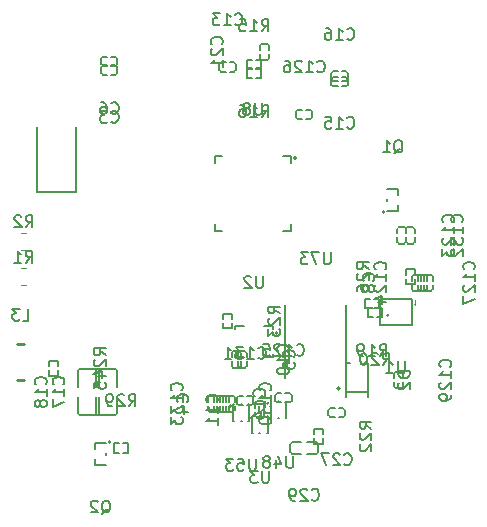
<source format=gbr>
%TF.GenerationSoftware,KiCad,Pcbnew,9.0.6*%
%TF.CreationDate,2025-12-27T02:42:01+01:00*%
%TF.ProjectId,hardware,68617264-7761-4726-952e-6b696361645f,rev?*%
%TF.SameCoordinates,Original*%
%TF.FileFunction,Legend,Bot*%
%TF.FilePolarity,Positive*%
%FSLAX46Y46*%
G04 Gerber Fmt 4.6, Leading zero omitted, Abs format (unit mm)*
G04 Created by KiCad (PCBNEW 9.0.6) date 2025-12-27 02:42:01*
%MOMM*%
%LPD*%
G01*
G04 APERTURE LIST*
%ADD10C,0.150000*%
%ADD11C,0.120000*%
%ADD12C,0.200000*%
%ADD13C,0.250000*%
%ADD14C,0.300000*%
%ADD15C,0.190000*%
G04 APERTURE END LIST*
D10*
X159359580Y-116107142D02*
X159407200Y-116059523D01*
X159407200Y-116059523D02*
X159454819Y-115916666D01*
X159454819Y-115916666D02*
X159454819Y-115821428D01*
X159454819Y-115821428D02*
X159407200Y-115678571D01*
X159407200Y-115678571D02*
X159311961Y-115583333D01*
X159311961Y-115583333D02*
X159216723Y-115535714D01*
X159216723Y-115535714D02*
X159026247Y-115488095D01*
X159026247Y-115488095D02*
X158883390Y-115488095D01*
X158883390Y-115488095D02*
X158692914Y-115535714D01*
X158692914Y-115535714D02*
X158597676Y-115583333D01*
X158597676Y-115583333D02*
X158502438Y-115678571D01*
X158502438Y-115678571D02*
X158454819Y-115821428D01*
X158454819Y-115821428D02*
X158454819Y-115916666D01*
X158454819Y-115916666D02*
X158502438Y-116059523D01*
X158502438Y-116059523D02*
X158550057Y-116107142D01*
X159454819Y-117059523D02*
X159454819Y-116488095D01*
X159454819Y-116773809D02*
X158454819Y-116773809D01*
X158454819Y-116773809D02*
X158597676Y-116678571D01*
X158597676Y-116678571D02*
X158692914Y-116583333D01*
X158692914Y-116583333D02*
X158740533Y-116488095D01*
X158454819Y-117678571D02*
X158454819Y-117773809D01*
X158454819Y-117773809D02*
X158502438Y-117869047D01*
X158502438Y-117869047D02*
X158550057Y-117916666D01*
X158550057Y-117916666D02*
X158645295Y-117964285D01*
X158645295Y-117964285D02*
X158835771Y-118011904D01*
X158835771Y-118011904D02*
X159073866Y-118011904D01*
X159073866Y-118011904D02*
X159264342Y-117964285D01*
X159264342Y-117964285D02*
X159359580Y-117916666D01*
X159359580Y-117916666D02*
X159407200Y-117869047D01*
X159407200Y-117869047D02*
X159454819Y-117773809D01*
X159454819Y-117773809D02*
X159454819Y-117678571D01*
X159454819Y-117678571D02*
X159407200Y-117583333D01*
X159407200Y-117583333D02*
X159359580Y-117535714D01*
X159359580Y-117535714D02*
X159264342Y-117488095D01*
X159264342Y-117488095D02*
X159073866Y-117440476D01*
X159073866Y-117440476D02*
X158835771Y-117440476D01*
X158835771Y-117440476D02*
X158645295Y-117488095D01*
X158645295Y-117488095D02*
X158550057Y-117535714D01*
X158550057Y-117535714D02*
X158502438Y-117583333D01*
X158502438Y-117583333D02*
X158454819Y-117678571D01*
X157152857Y-88954819D02*
X157486190Y-88478628D01*
X157724285Y-88954819D02*
X157724285Y-87954819D01*
X157724285Y-87954819D02*
X157343333Y-87954819D01*
X157343333Y-87954819D02*
X157248095Y-88002438D01*
X157248095Y-88002438D02*
X157200476Y-88050057D01*
X157200476Y-88050057D02*
X157152857Y-88145295D01*
X157152857Y-88145295D02*
X157152857Y-88288152D01*
X157152857Y-88288152D02*
X157200476Y-88383390D01*
X157200476Y-88383390D02*
X157248095Y-88431009D01*
X157248095Y-88431009D02*
X157343333Y-88478628D01*
X157343333Y-88478628D02*
X157724285Y-88478628D01*
X156200476Y-88954819D02*
X156771904Y-88954819D01*
X156486190Y-88954819D02*
X156486190Y-87954819D01*
X156486190Y-87954819D02*
X156581428Y-88097676D01*
X156581428Y-88097676D02*
X156676666Y-88192914D01*
X156676666Y-88192914D02*
X156771904Y-88240533D01*
X155295714Y-87954819D02*
X155771904Y-87954819D01*
X155771904Y-87954819D02*
X155819523Y-88431009D01*
X155819523Y-88431009D02*
X155771904Y-88383390D01*
X155771904Y-88383390D02*
X155676666Y-88335771D01*
X155676666Y-88335771D02*
X155438571Y-88335771D01*
X155438571Y-88335771D02*
X155343333Y-88383390D01*
X155343333Y-88383390D02*
X155295714Y-88431009D01*
X155295714Y-88431009D02*
X155248095Y-88526247D01*
X155248095Y-88526247D02*
X155248095Y-88764342D01*
X155248095Y-88764342D02*
X155295714Y-88859580D01*
X155295714Y-88859580D02*
X155343333Y-88907200D01*
X155343333Y-88907200D02*
X155438571Y-88954819D01*
X155438571Y-88954819D02*
X155676666Y-88954819D01*
X155676666Y-88954819D02*
X155771904Y-88907200D01*
X155771904Y-88907200D02*
X155819523Y-88859580D01*
X169261904Y-116924819D02*
X169261904Y-117734342D01*
X169261904Y-117734342D02*
X169214285Y-117829580D01*
X169214285Y-117829580D02*
X169166666Y-117877200D01*
X169166666Y-117877200D02*
X169071428Y-117924819D01*
X169071428Y-117924819D02*
X168880952Y-117924819D01*
X168880952Y-117924819D02*
X168785714Y-117877200D01*
X168785714Y-117877200D02*
X168738095Y-117829580D01*
X168738095Y-117829580D02*
X168690476Y-117734342D01*
X168690476Y-117734342D02*
X168690476Y-116924819D01*
X167690476Y-117924819D02*
X168261904Y-117924819D01*
X167976190Y-117924819D02*
X167976190Y-116924819D01*
X167976190Y-116924819D02*
X168071428Y-117067676D01*
X168071428Y-117067676D02*
X168166666Y-117162914D01*
X168166666Y-117162914D02*
X168261904Y-117210533D01*
X167142857Y-116454819D02*
X167476190Y-115978628D01*
X167714285Y-116454819D02*
X167714285Y-115454819D01*
X167714285Y-115454819D02*
X167333333Y-115454819D01*
X167333333Y-115454819D02*
X167238095Y-115502438D01*
X167238095Y-115502438D02*
X167190476Y-115550057D01*
X167190476Y-115550057D02*
X167142857Y-115645295D01*
X167142857Y-115645295D02*
X167142857Y-115788152D01*
X167142857Y-115788152D02*
X167190476Y-115883390D01*
X167190476Y-115883390D02*
X167238095Y-115931009D01*
X167238095Y-115931009D02*
X167333333Y-115978628D01*
X167333333Y-115978628D02*
X167714285Y-115978628D01*
X166190476Y-116454819D02*
X166761904Y-116454819D01*
X166476190Y-116454819D02*
X166476190Y-115454819D01*
X166476190Y-115454819D02*
X166571428Y-115597676D01*
X166571428Y-115597676D02*
X166666666Y-115692914D01*
X166666666Y-115692914D02*
X166761904Y-115740533D01*
X165714285Y-116454819D02*
X165523809Y-116454819D01*
X165523809Y-116454819D02*
X165428571Y-116407200D01*
X165428571Y-116407200D02*
X165380952Y-116359580D01*
X165380952Y-116359580D02*
X165285714Y-116216723D01*
X165285714Y-116216723D02*
X165238095Y-116026247D01*
X165238095Y-116026247D02*
X165238095Y-115645295D01*
X165238095Y-115645295D02*
X165285714Y-115550057D01*
X165285714Y-115550057D02*
X165333333Y-115502438D01*
X165333333Y-115502438D02*
X165428571Y-115454819D01*
X165428571Y-115454819D02*
X165619047Y-115454819D01*
X165619047Y-115454819D02*
X165714285Y-115502438D01*
X165714285Y-115502438D02*
X165761904Y-115550057D01*
X165761904Y-115550057D02*
X165809523Y-115645295D01*
X165809523Y-115645295D02*
X165809523Y-115883390D01*
X165809523Y-115883390D02*
X165761904Y-115978628D01*
X165761904Y-115978628D02*
X165714285Y-116026247D01*
X165714285Y-116026247D02*
X165619047Y-116073866D01*
X165619047Y-116073866D02*
X165428571Y-116073866D01*
X165428571Y-116073866D02*
X165333333Y-116026247D01*
X165333333Y-116026247D02*
X165285714Y-115978628D01*
X165285714Y-115978628D02*
X165238095Y-115883390D01*
X153759580Y-90057142D02*
X153807200Y-90009523D01*
X153807200Y-90009523D02*
X153854819Y-89866666D01*
X153854819Y-89866666D02*
X153854819Y-89771428D01*
X153854819Y-89771428D02*
X153807200Y-89628571D01*
X153807200Y-89628571D02*
X153711961Y-89533333D01*
X153711961Y-89533333D02*
X153616723Y-89485714D01*
X153616723Y-89485714D02*
X153426247Y-89438095D01*
X153426247Y-89438095D02*
X153283390Y-89438095D01*
X153283390Y-89438095D02*
X153092914Y-89485714D01*
X153092914Y-89485714D02*
X152997676Y-89533333D01*
X152997676Y-89533333D02*
X152902438Y-89628571D01*
X152902438Y-89628571D02*
X152854819Y-89771428D01*
X152854819Y-89771428D02*
X152854819Y-89866666D01*
X152854819Y-89866666D02*
X152902438Y-90009523D01*
X152902438Y-90009523D02*
X152950057Y-90057142D01*
X152950057Y-90438095D02*
X152902438Y-90485714D01*
X152902438Y-90485714D02*
X152854819Y-90580952D01*
X152854819Y-90580952D02*
X152854819Y-90819047D01*
X152854819Y-90819047D02*
X152902438Y-90914285D01*
X152902438Y-90914285D02*
X152950057Y-90961904D01*
X152950057Y-90961904D02*
X153045295Y-91009523D01*
X153045295Y-91009523D02*
X153140533Y-91009523D01*
X153140533Y-91009523D02*
X153283390Y-90961904D01*
X153283390Y-90961904D02*
X153854819Y-90390476D01*
X153854819Y-90390476D02*
X153854819Y-91009523D01*
X153854819Y-91961904D02*
X153854819Y-91390476D01*
X153854819Y-91676190D02*
X152854819Y-91676190D01*
X152854819Y-91676190D02*
X152997676Y-91580952D01*
X152997676Y-91580952D02*
X153092914Y-91485714D01*
X153092914Y-91485714D02*
X153140533Y-91390476D01*
X175109580Y-109130952D02*
X175157200Y-109083333D01*
X175157200Y-109083333D02*
X175204819Y-108940476D01*
X175204819Y-108940476D02*
X175204819Y-108845238D01*
X175204819Y-108845238D02*
X175157200Y-108702381D01*
X175157200Y-108702381D02*
X175061961Y-108607143D01*
X175061961Y-108607143D02*
X174966723Y-108559524D01*
X174966723Y-108559524D02*
X174776247Y-108511905D01*
X174776247Y-108511905D02*
X174633390Y-108511905D01*
X174633390Y-108511905D02*
X174442914Y-108559524D01*
X174442914Y-108559524D02*
X174347676Y-108607143D01*
X174347676Y-108607143D02*
X174252438Y-108702381D01*
X174252438Y-108702381D02*
X174204819Y-108845238D01*
X174204819Y-108845238D02*
X174204819Y-108940476D01*
X174204819Y-108940476D02*
X174252438Y-109083333D01*
X174252438Y-109083333D02*
X174300057Y-109130952D01*
X175204819Y-110083333D02*
X175204819Y-109511905D01*
X175204819Y-109797619D02*
X174204819Y-109797619D01*
X174204819Y-109797619D02*
X174347676Y-109702381D01*
X174347676Y-109702381D02*
X174442914Y-109607143D01*
X174442914Y-109607143D02*
X174490533Y-109511905D01*
X174300057Y-110464286D02*
X174252438Y-110511905D01*
X174252438Y-110511905D02*
X174204819Y-110607143D01*
X174204819Y-110607143D02*
X174204819Y-110845238D01*
X174204819Y-110845238D02*
X174252438Y-110940476D01*
X174252438Y-110940476D02*
X174300057Y-110988095D01*
X174300057Y-110988095D02*
X174395295Y-111035714D01*
X174395295Y-111035714D02*
X174490533Y-111035714D01*
X174490533Y-111035714D02*
X174633390Y-110988095D01*
X174633390Y-110988095D02*
X175204819Y-110416667D01*
X175204819Y-110416667D02*
X175204819Y-111035714D01*
X174204819Y-111369048D02*
X174204819Y-112035714D01*
X174204819Y-112035714D02*
X175204819Y-111607143D01*
X150359580Y-119380952D02*
X150407200Y-119333333D01*
X150407200Y-119333333D02*
X150454819Y-119190476D01*
X150454819Y-119190476D02*
X150454819Y-119095238D01*
X150454819Y-119095238D02*
X150407200Y-118952381D01*
X150407200Y-118952381D02*
X150311961Y-118857143D01*
X150311961Y-118857143D02*
X150216723Y-118809524D01*
X150216723Y-118809524D02*
X150026247Y-118761905D01*
X150026247Y-118761905D02*
X149883390Y-118761905D01*
X149883390Y-118761905D02*
X149692914Y-118809524D01*
X149692914Y-118809524D02*
X149597676Y-118857143D01*
X149597676Y-118857143D02*
X149502438Y-118952381D01*
X149502438Y-118952381D02*
X149454819Y-119095238D01*
X149454819Y-119095238D02*
X149454819Y-119190476D01*
X149454819Y-119190476D02*
X149502438Y-119333333D01*
X149502438Y-119333333D02*
X149550057Y-119380952D01*
X150454819Y-120333333D02*
X150454819Y-119761905D01*
X150454819Y-120047619D02*
X149454819Y-120047619D01*
X149454819Y-120047619D02*
X149597676Y-119952381D01*
X149597676Y-119952381D02*
X149692914Y-119857143D01*
X149692914Y-119857143D02*
X149740533Y-119761905D01*
X149454819Y-120666667D02*
X149454819Y-121285714D01*
X149454819Y-121285714D02*
X149835771Y-120952381D01*
X149835771Y-120952381D02*
X149835771Y-121095238D01*
X149835771Y-121095238D02*
X149883390Y-121190476D01*
X149883390Y-121190476D02*
X149931009Y-121238095D01*
X149931009Y-121238095D02*
X150026247Y-121285714D01*
X150026247Y-121285714D02*
X150264342Y-121285714D01*
X150264342Y-121285714D02*
X150359580Y-121238095D01*
X150359580Y-121238095D02*
X150407200Y-121190476D01*
X150407200Y-121190476D02*
X150454819Y-121095238D01*
X150454819Y-121095238D02*
X150454819Y-120809524D01*
X150454819Y-120809524D02*
X150407200Y-120714286D01*
X150407200Y-120714286D02*
X150359580Y-120666667D01*
X149454819Y-121619048D02*
X149454819Y-122238095D01*
X149454819Y-122238095D02*
X149835771Y-121904762D01*
X149835771Y-121904762D02*
X149835771Y-122047619D01*
X149835771Y-122047619D02*
X149883390Y-122142857D01*
X149883390Y-122142857D02*
X149931009Y-122190476D01*
X149931009Y-122190476D02*
X150026247Y-122238095D01*
X150026247Y-122238095D02*
X150264342Y-122238095D01*
X150264342Y-122238095D02*
X150359580Y-122190476D01*
X150359580Y-122190476D02*
X150407200Y-122142857D01*
X150407200Y-122142857D02*
X150454819Y-122047619D01*
X150454819Y-122047619D02*
X150454819Y-121761905D01*
X150454819Y-121761905D02*
X150407200Y-121666667D01*
X150407200Y-121666667D02*
X150359580Y-121619048D01*
X150859580Y-120333333D02*
X150907200Y-120285714D01*
X150907200Y-120285714D02*
X150954819Y-120142857D01*
X150954819Y-120142857D02*
X150954819Y-120047619D01*
X150954819Y-120047619D02*
X150907200Y-119904762D01*
X150907200Y-119904762D02*
X150811961Y-119809524D01*
X150811961Y-119809524D02*
X150716723Y-119761905D01*
X150716723Y-119761905D02*
X150526247Y-119714286D01*
X150526247Y-119714286D02*
X150383390Y-119714286D01*
X150383390Y-119714286D02*
X150192914Y-119761905D01*
X150192914Y-119761905D02*
X150097676Y-119809524D01*
X150097676Y-119809524D02*
X150002438Y-119904762D01*
X150002438Y-119904762D02*
X149954819Y-120047619D01*
X149954819Y-120047619D02*
X149954819Y-120142857D01*
X149954819Y-120142857D02*
X150002438Y-120285714D01*
X150002438Y-120285714D02*
X150050057Y-120333333D01*
X150288152Y-121190476D02*
X150954819Y-121190476D01*
X149907200Y-120952381D02*
X150621485Y-120714286D01*
X150621485Y-120714286D02*
X150621485Y-121333333D01*
X156869047Y-116609580D02*
X156916666Y-116657200D01*
X156916666Y-116657200D02*
X157059523Y-116704819D01*
X157059523Y-116704819D02*
X157154761Y-116704819D01*
X157154761Y-116704819D02*
X157297618Y-116657200D01*
X157297618Y-116657200D02*
X157392856Y-116561961D01*
X157392856Y-116561961D02*
X157440475Y-116466723D01*
X157440475Y-116466723D02*
X157488094Y-116276247D01*
X157488094Y-116276247D02*
X157488094Y-116133390D01*
X157488094Y-116133390D02*
X157440475Y-115942914D01*
X157440475Y-115942914D02*
X157392856Y-115847676D01*
X157392856Y-115847676D02*
X157297618Y-115752438D01*
X157297618Y-115752438D02*
X157154761Y-115704819D01*
X157154761Y-115704819D02*
X157059523Y-115704819D01*
X157059523Y-115704819D02*
X156916666Y-115752438D01*
X156916666Y-115752438D02*
X156869047Y-115800057D01*
X155916666Y-116704819D02*
X156488094Y-116704819D01*
X156202380Y-116704819D02*
X156202380Y-115704819D01*
X156202380Y-115704819D02*
X156297618Y-115847676D01*
X156297618Y-115847676D02*
X156392856Y-115942914D01*
X156392856Y-115942914D02*
X156488094Y-115990533D01*
X155583332Y-115704819D02*
X154964285Y-115704819D01*
X154964285Y-115704819D02*
X155297618Y-116085771D01*
X155297618Y-116085771D02*
X155154761Y-116085771D01*
X155154761Y-116085771D02*
X155059523Y-116133390D01*
X155059523Y-116133390D02*
X155011904Y-116181009D01*
X155011904Y-116181009D02*
X154964285Y-116276247D01*
X154964285Y-116276247D02*
X154964285Y-116514342D01*
X154964285Y-116514342D02*
X155011904Y-116609580D01*
X155011904Y-116609580D02*
X155059523Y-116657200D01*
X155059523Y-116657200D02*
X155154761Y-116704819D01*
X155154761Y-116704819D02*
X155440475Y-116704819D01*
X155440475Y-116704819D02*
X155535713Y-116657200D01*
X155535713Y-116657200D02*
X155583332Y-116609580D01*
X154011904Y-116704819D02*
X154583332Y-116704819D01*
X154297618Y-116704819D02*
X154297618Y-115704819D01*
X154297618Y-115704819D02*
X154392856Y-115847676D01*
X154392856Y-115847676D02*
X154488094Y-115942914D01*
X154488094Y-115942914D02*
X154583332Y-115990533D01*
X156658094Y-125164819D02*
X156658094Y-125974342D01*
X156658094Y-125974342D02*
X156610475Y-126069580D01*
X156610475Y-126069580D02*
X156562856Y-126117200D01*
X156562856Y-126117200D02*
X156467618Y-126164819D01*
X156467618Y-126164819D02*
X156277142Y-126164819D01*
X156277142Y-126164819D02*
X156181904Y-126117200D01*
X156181904Y-126117200D02*
X156134285Y-126069580D01*
X156134285Y-126069580D02*
X156086666Y-125974342D01*
X156086666Y-125974342D02*
X156086666Y-125164819D01*
X155134285Y-125164819D02*
X155610475Y-125164819D01*
X155610475Y-125164819D02*
X155658094Y-125641009D01*
X155658094Y-125641009D02*
X155610475Y-125593390D01*
X155610475Y-125593390D02*
X155515237Y-125545771D01*
X155515237Y-125545771D02*
X155277142Y-125545771D01*
X155277142Y-125545771D02*
X155181904Y-125593390D01*
X155181904Y-125593390D02*
X155134285Y-125641009D01*
X155134285Y-125641009D02*
X155086666Y-125736247D01*
X155086666Y-125736247D02*
X155086666Y-125974342D01*
X155086666Y-125974342D02*
X155134285Y-126069580D01*
X155134285Y-126069580D02*
X155181904Y-126117200D01*
X155181904Y-126117200D02*
X155277142Y-126164819D01*
X155277142Y-126164819D02*
X155515237Y-126164819D01*
X155515237Y-126164819D02*
X155610475Y-126117200D01*
X155610475Y-126117200D02*
X155658094Y-126069580D01*
X154753332Y-125164819D02*
X154134285Y-125164819D01*
X154134285Y-125164819D02*
X154467618Y-125545771D01*
X154467618Y-125545771D02*
X154324761Y-125545771D01*
X154324761Y-125545771D02*
X154229523Y-125593390D01*
X154229523Y-125593390D02*
X154181904Y-125641009D01*
X154181904Y-125641009D02*
X154134285Y-125736247D01*
X154134285Y-125736247D02*
X154134285Y-125974342D01*
X154134285Y-125974342D02*
X154181904Y-126069580D01*
X154181904Y-126069580D02*
X154229523Y-126117200D01*
X154229523Y-126117200D02*
X154324761Y-126164819D01*
X154324761Y-126164819D02*
X154610475Y-126164819D01*
X154610475Y-126164819D02*
X154705713Y-126117200D01*
X154705713Y-126117200D02*
X154753332Y-126069580D01*
X162988094Y-107694819D02*
X162988094Y-108504342D01*
X162988094Y-108504342D02*
X162940475Y-108599580D01*
X162940475Y-108599580D02*
X162892856Y-108647200D01*
X162892856Y-108647200D02*
X162797618Y-108694819D01*
X162797618Y-108694819D02*
X162607142Y-108694819D01*
X162607142Y-108694819D02*
X162511904Y-108647200D01*
X162511904Y-108647200D02*
X162464285Y-108599580D01*
X162464285Y-108599580D02*
X162416666Y-108504342D01*
X162416666Y-108504342D02*
X162416666Y-107694819D01*
X162035713Y-107694819D02*
X161369047Y-107694819D01*
X161369047Y-107694819D02*
X161797618Y-108694819D01*
X161083332Y-107694819D02*
X160464285Y-107694819D01*
X160464285Y-107694819D02*
X160797618Y-108075771D01*
X160797618Y-108075771D02*
X160654761Y-108075771D01*
X160654761Y-108075771D02*
X160559523Y-108123390D01*
X160559523Y-108123390D02*
X160511904Y-108171009D01*
X160511904Y-108171009D02*
X160464285Y-108266247D01*
X160464285Y-108266247D02*
X160464285Y-108504342D01*
X160464285Y-108504342D02*
X160511904Y-108599580D01*
X160511904Y-108599580D02*
X160559523Y-108647200D01*
X160559523Y-108647200D02*
X160654761Y-108694819D01*
X160654761Y-108694819D02*
X160940475Y-108694819D01*
X160940475Y-108694819D02*
X161035713Y-108647200D01*
X161035713Y-108647200D02*
X161083332Y-108599580D01*
X167609580Y-109130952D02*
X167657200Y-109083333D01*
X167657200Y-109083333D02*
X167704819Y-108940476D01*
X167704819Y-108940476D02*
X167704819Y-108845238D01*
X167704819Y-108845238D02*
X167657200Y-108702381D01*
X167657200Y-108702381D02*
X167561961Y-108607143D01*
X167561961Y-108607143D02*
X167466723Y-108559524D01*
X167466723Y-108559524D02*
X167276247Y-108511905D01*
X167276247Y-108511905D02*
X167133390Y-108511905D01*
X167133390Y-108511905D02*
X166942914Y-108559524D01*
X166942914Y-108559524D02*
X166847676Y-108607143D01*
X166847676Y-108607143D02*
X166752438Y-108702381D01*
X166752438Y-108702381D02*
X166704819Y-108845238D01*
X166704819Y-108845238D02*
X166704819Y-108940476D01*
X166704819Y-108940476D02*
X166752438Y-109083333D01*
X166752438Y-109083333D02*
X166800057Y-109130952D01*
X167704819Y-110083333D02*
X167704819Y-109511905D01*
X167704819Y-109797619D02*
X166704819Y-109797619D01*
X166704819Y-109797619D02*
X166847676Y-109702381D01*
X166847676Y-109702381D02*
X166942914Y-109607143D01*
X166942914Y-109607143D02*
X166990533Y-109511905D01*
X166800057Y-110464286D02*
X166752438Y-110511905D01*
X166752438Y-110511905D02*
X166704819Y-110607143D01*
X166704819Y-110607143D02*
X166704819Y-110845238D01*
X166704819Y-110845238D02*
X166752438Y-110940476D01*
X166752438Y-110940476D02*
X166800057Y-110988095D01*
X166800057Y-110988095D02*
X166895295Y-111035714D01*
X166895295Y-111035714D02*
X166990533Y-111035714D01*
X166990533Y-111035714D02*
X167133390Y-110988095D01*
X167133390Y-110988095D02*
X167704819Y-110416667D01*
X167704819Y-110416667D02*
X167704819Y-111035714D01*
X167038152Y-111892857D02*
X167704819Y-111892857D01*
X166657200Y-111654762D02*
X167371485Y-111416667D01*
X167371485Y-111416667D02*
X167371485Y-112035714D01*
X159859580Y-116583333D02*
X159907200Y-116535714D01*
X159907200Y-116535714D02*
X159954819Y-116392857D01*
X159954819Y-116392857D02*
X159954819Y-116297619D01*
X159954819Y-116297619D02*
X159907200Y-116154762D01*
X159907200Y-116154762D02*
X159811961Y-116059524D01*
X159811961Y-116059524D02*
X159716723Y-116011905D01*
X159716723Y-116011905D02*
X159526247Y-115964286D01*
X159526247Y-115964286D02*
X159383390Y-115964286D01*
X159383390Y-115964286D02*
X159192914Y-116011905D01*
X159192914Y-116011905D02*
X159097676Y-116059524D01*
X159097676Y-116059524D02*
X159002438Y-116154762D01*
X159002438Y-116154762D02*
X158954819Y-116297619D01*
X158954819Y-116297619D02*
X158954819Y-116392857D01*
X158954819Y-116392857D02*
X159002438Y-116535714D01*
X159002438Y-116535714D02*
X159050057Y-116583333D01*
X158954819Y-117488095D02*
X158954819Y-117011905D01*
X158954819Y-117011905D02*
X159431009Y-116964286D01*
X159431009Y-116964286D02*
X159383390Y-117011905D01*
X159383390Y-117011905D02*
X159335771Y-117107143D01*
X159335771Y-117107143D02*
X159335771Y-117345238D01*
X159335771Y-117345238D02*
X159383390Y-117440476D01*
X159383390Y-117440476D02*
X159431009Y-117488095D01*
X159431009Y-117488095D02*
X159526247Y-117535714D01*
X159526247Y-117535714D02*
X159764342Y-117535714D01*
X159764342Y-117535714D02*
X159859580Y-117488095D01*
X159859580Y-117488095D02*
X159907200Y-117440476D01*
X159907200Y-117440476D02*
X159954819Y-117345238D01*
X159954819Y-117345238D02*
X159954819Y-117107143D01*
X159954819Y-117107143D02*
X159907200Y-117011905D01*
X159907200Y-117011905D02*
X159859580Y-116964286D01*
X169704819Y-117761905D02*
X168704819Y-117761905D01*
X168704819Y-117761905D02*
X168704819Y-118000000D01*
X168704819Y-118000000D02*
X168752438Y-118142857D01*
X168752438Y-118142857D02*
X168847676Y-118238095D01*
X168847676Y-118238095D02*
X168942914Y-118285714D01*
X168942914Y-118285714D02*
X169133390Y-118333333D01*
X169133390Y-118333333D02*
X169276247Y-118333333D01*
X169276247Y-118333333D02*
X169466723Y-118285714D01*
X169466723Y-118285714D02*
X169561961Y-118238095D01*
X169561961Y-118238095D02*
X169657200Y-118142857D01*
X169657200Y-118142857D02*
X169704819Y-118000000D01*
X169704819Y-118000000D02*
X169704819Y-117761905D01*
X168800057Y-118714286D02*
X168752438Y-118761905D01*
X168752438Y-118761905D02*
X168704819Y-118857143D01*
X168704819Y-118857143D02*
X168704819Y-119095238D01*
X168704819Y-119095238D02*
X168752438Y-119190476D01*
X168752438Y-119190476D02*
X168800057Y-119238095D01*
X168800057Y-119238095D02*
X168895295Y-119285714D01*
X168895295Y-119285714D02*
X168990533Y-119285714D01*
X168990533Y-119285714D02*
X169133390Y-119238095D01*
X169133390Y-119238095D02*
X169704819Y-118666667D01*
X169704819Y-118666667D02*
X169704819Y-119285714D01*
X161392857Y-128609580D02*
X161440476Y-128657200D01*
X161440476Y-128657200D02*
X161583333Y-128704819D01*
X161583333Y-128704819D02*
X161678571Y-128704819D01*
X161678571Y-128704819D02*
X161821428Y-128657200D01*
X161821428Y-128657200D02*
X161916666Y-128561961D01*
X161916666Y-128561961D02*
X161964285Y-128466723D01*
X161964285Y-128466723D02*
X162011904Y-128276247D01*
X162011904Y-128276247D02*
X162011904Y-128133390D01*
X162011904Y-128133390D02*
X161964285Y-127942914D01*
X161964285Y-127942914D02*
X161916666Y-127847676D01*
X161916666Y-127847676D02*
X161821428Y-127752438D01*
X161821428Y-127752438D02*
X161678571Y-127704819D01*
X161678571Y-127704819D02*
X161583333Y-127704819D01*
X161583333Y-127704819D02*
X161440476Y-127752438D01*
X161440476Y-127752438D02*
X161392857Y-127800057D01*
X161011904Y-127800057D02*
X160964285Y-127752438D01*
X160964285Y-127752438D02*
X160869047Y-127704819D01*
X160869047Y-127704819D02*
X160630952Y-127704819D01*
X160630952Y-127704819D02*
X160535714Y-127752438D01*
X160535714Y-127752438D02*
X160488095Y-127800057D01*
X160488095Y-127800057D02*
X160440476Y-127895295D01*
X160440476Y-127895295D02*
X160440476Y-127990533D01*
X160440476Y-127990533D02*
X160488095Y-128133390D01*
X160488095Y-128133390D02*
X161059523Y-128704819D01*
X161059523Y-128704819D02*
X160440476Y-128704819D01*
X159964285Y-128704819D02*
X159773809Y-128704819D01*
X159773809Y-128704819D02*
X159678571Y-128657200D01*
X159678571Y-128657200D02*
X159630952Y-128609580D01*
X159630952Y-128609580D02*
X159535714Y-128466723D01*
X159535714Y-128466723D02*
X159488095Y-128276247D01*
X159488095Y-128276247D02*
X159488095Y-127895295D01*
X159488095Y-127895295D02*
X159535714Y-127800057D01*
X159535714Y-127800057D02*
X159583333Y-127752438D01*
X159583333Y-127752438D02*
X159678571Y-127704819D01*
X159678571Y-127704819D02*
X159869047Y-127704819D01*
X159869047Y-127704819D02*
X159964285Y-127752438D01*
X159964285Y-127752438D02*
X160011904Y-127800057D01*
X160011904Y-127800057D02*
X160059523Y-127895295D01*
X160059523Y-127895295D02*
X160059523Y-128133390D01*
X160059523Y-128133390D02*
X160011904Y-128228628D01*
X160011904Y-128228628D02*
X159964285Y-128276247D01*
X159964285Y-128276247D02*
X159869047Y-128323866D01*
X159869047Y-128323866D02*
X159678571Y-128323866D01*
X159678571Y-128323866D02*
X159583333Y-128276247D01*
X159583333Y-128276247D02*
X159535714Y-128228628D01*
X159535714Y-128228628D02*
X159488095Y-128133390D01*
X157359580Y-119857142D02*
X157407200Y-119809523D01*
X157407200Y-119809523D02*
X157454819Y-119666666D01*
X157454819Y-119666666D02*
X157454819Y-119571428D01*
X157454819Y-119571428D02*
X157407200Y-119428571D01*
X157407200Y-119428571D02*
X157311961Y-119333333D01*
X157311961Y-119333333D02*
X157216723Y-119285714D01*
X157216723Y-119285714D02*
X157026247Y-119238095D01*
X157026247Y-119238095D02*
X156883390Y-119238095D01*
X156883390Y-119238095D02*
X156692914Y-119285714D01*
X156692914Y-119285714D02*
X156597676Y-119333333D01*
X156597676Y-119333333D02*
X156502438Y-119428571D01*
X156502438Y-119428571D02*
X156454819Y-119571428D01*
X156454819Y-119571428D02*
X156454819Y-119666666D01*
X156454819Y-119666666D02*
X156502438Y-119809523D01*
X156502438Y-119809523D02*
X156550057Y-119857142D01*
X157454819Y-120809523D02*
X157454819Y-120238095D01*
X157454819Y-120523809D02*
X156454819Y-120523809D01*
X156454819Y-120523809D02*
X156597676Y-120428571D01*
X156597676Y-120428571D02*
X156692914Y-120333333D01*
X156692914Y-120333333D02*
X156740533Y-120238095D01*
X156788152Y-121666666D02*
X157454819Y-121666666D01*
X156407200Y-121428571D02*
X157121485Y-121190476D01*
X157121485Y-121190476D02*
X157121485Y-121809523D01*
X157152857Y-96204819D02*
X157486190Y-95728628D01*
X157724285Y-96204819D02*
X157724285Y-95204819D01*
X157724285Y-95204819D02*
X157343333Y-95204819D01*
X157343333Y-95204819D02*
X157248095Y-95252438D01*
X157248095Y-95252438D02*
X157200476Y-95300057D01*
X157200476Y-95300057D02*
X157152857Y-95395295D01*
X157152857Y-95395295D02*
X157152857Y-95538152D01*
X157152857Y-95538152D02*
X157200476Y-95633390D01*
X157200476Y-95633390D02*
X157248095Y-95681009D01*
X157248095Y-95681009D02*
X157343333Y-95728628D01*
X157343333Y-95728628D02*
X157724285Y-95728628D01*
X156200476Y-96204819D02*
X156771904Y-96204819D01*
X156486190Y-96204819D02*
X156486190Y-95204819D01*
X156486190Y-95204819D02*
X156581428Y-95347676D01*
X156581428Y-95347676D02*
X156676666Y-95442914D01*
X156676666Y-95442914D02*
X156771904Y-95490533D01*
X155343333Y-95204819D02*
X155533809Y-95204819D01*
X155533809Y-95204819D02*
X155629047Y-95252438D01*
X155629047Y-95252438D02*
X155676666Y-95300057D01*
X155676666Y-95300057D02*
X155771904Y-95442914D01*
X155771904Y-95442914D02*
X155819523Y-95633390D01*
X155819523Y-95633390D02*
X155819523Y-96014342D01*
X155819523Y-96014342D02*
X155771904Y-96109580D01*
X155771904Y-96109580D02*
X155724285Y-96157200D01*
X155724285Y-96157200D02*
X155629047Y-96204819D01*
X155629047Y-96204819D02*
X155438571Y-96204819D01*
X155438571Y-96204819D02*
X155343333Y-96157200D01*
X155343333Y-96157200D02*
X155295714Y-96109580D01*
X155295714Y-96109580D02*
X155248095Y-96014342D01*
X155248095Y-96014342D02*
X155248095Y-95776247D01*
X155248095Y-95776247D02*
X155295714Y-95681009D01*
X155295714Y-95681009D02*
X155343333Y-95633390D01*
X155343333Y-95633390D02*
X155438571Y-95585771D01*
X155438571Y-95585771D02*
X155629047Y-95585771D01*
X155629047Y-95585771D02*
X155724285Y-95633390D01*
X155724285Y-95633390D02*
X155771904Y-95681009D01*
X155771904Y-95681009D02*
X155819523Y-95776247D01*
X157761904Y-126184819D02*
X157761904Y-126994342D01*
X157761904Y-126994342D02*
X157714285Y-127089580D01*
X157714285Y-127089580D02*
X157666666Y-127137200D01*
X157666666Y-127137200D02*
X157571428Y-127184819D01*
X157571428Y-127184819D02*
X157380952Y-127184819D01*
X157380952Y-127184819D02*
X157285714Y-127137200D01*
X157285714Y-127137200D02*
X157238095Y-127089580D01*
X157238095Y-127089580D02*
X157190476Y-126994342D01*
X157190476Y-126994342D02*
X157190476Y-126184819D01*
X156809523Y-126184819D02*
X156190476Y-126184819D01*
X156190476Y-126184819D02*
X156523809Y-126565771D01*
X156523809Y-126565771D02*
X156380952Y-126565771D01*
X156380952Y-126565771D02*
X156285714Y-126613390D01*
X156285714Y-126613390D02*
X156238095Y-126661009D01*
X156238095Y-126661009D02*
X156190476Y-126756247D01*
X156190476Y-126756247D02*
X156190476Y-126994342D01*
X156190476Y-126994342D02*
X156238095Y-127089580D01*
X156238095Y-127089580D02*
X156285714Y-127137200D01*
X156285714Y-127137200D02*
X156380952Y-127184819D01*
X156380952Y-127184819D02*
X156666666Y-127184819D01*
X156666666Y-127184819D02*
X156761904Y-127137200D01*
X156761904Y-127137200D02*
X156809523Y-127089580D01*
X166204819Y-109107142D02*
X165728628Y-108773809D01*
X166204819Y-108535714D02*
X165204819Y-108535714D01*
X165204819Y-108535714D02*
X165204819Y-108916666D01*
X165204819Y-108916666D02*
X165252438Y-109011904D01*
X165252438Y-109011904D02*
X165300057Y-109059523D01*
X165300057Y-109059523D02*
X165395295Y-109107142D01*
X165395295Y-109107142D02*
X165538152Y-109107142D01*
X165538152Y-109107142D02*
X165633390Y-109059523D01*
X165633390Y-109059523D02*
X165681009Y-109011904D01*
X165681009Y-109011904D02*
X165728628Y-108916666D01*
X165728628Y-108916666D02*
X165728628Y-108535714D01*
X165300057Y-109488095D02*
X165252438Y-109535714D01*
X165252438Y-109535714D02*
X165204819Y-109630952D01*
X165204819Y-109630952D02*
X165204819Y-109869047D01*
X165204819Y-109869047D02*
X165252438Y-109964285D01*
X165252438Y-109964285D02*
X165300057Y-110011904D01*
X165300057Y-110011904D02*
X165395295Y-110059523D01*
X165395295Y-110059523D02*
X165490533Y-110059523D01*
X165490533Y-110059523D02*
X165633390Y-110011904D01*
X165633390Y-110011904D02*
X166204819Y-109440476D01*
X166204819Y-109440476D02*
X166204819Y-110059523D01*
X165204819Y-110916666D02*
X165204819Y-110726190D01*
X165204819Y-110726190D02*
X165252438Y-110630952D01*
X165252438Y-110630952D02*
X165300057Y-110583333D01*
X165300057Y-110583333D02*
X165442914Y-110488095D01*
X165442914Y-110488095D02*
X165633390Y-110440476D01*
X165633390Y-110440476D02*
X166014342Y-110440476D01*
X166014342Y-110440476D02*
X166109580Y-110488095D01*
X166109580Y-110488095D02*
X166157200Y-110535714D01*
X166157200Y-110535714D02*
X166204819Y-110630952D01*
X166204819Y-110630952D02*
X166204819Y-110821428D01*
X166204819Y-110821428D02*
X166157200Y-110916666D01*
X166157200Y-110916666D02*
X166109580Y-110964285D01*
X166109580Y-110964285D02*
X166014342Y-111011904D01*
X166014342Y-111011904D02*
X165776247Y-111011904D01*
X165776247Y-111011904D02*
X165681009Y-110964285D01*
X165681009Y-110964285D02*
X165633390Y-110916666D01*
X165633390Y-110916666D02*
X165585771Y-110821428D01*
X165585771Y-110821428D02*
X165585771Y-110630952D01*
X165585771Y-110630952D02*
X165633390Y-110535714D01*
X165633390Y-110535714D02*
X165681009Y-110488095D01*
X165681009Y-110488095D02*
X165776247Y-110440476D01*
X136916666Y-113454819D02*
X137392856Y-113454819D01*
X137392856Y-113454819D02*
X137392856Y-112454819D01*
X136678570Y-112454819D02*
X136059523Y-112454819D01*
X136059523Y-112454819D02*
X136392856Y-112835771D01*
X136392856Y-112835771D02*
X136249999Y-112835771D01*
X136249999Y-112835771D02*
X136154761Y-112883390D01*
X136154761Y-112883390D02*
X136107142Y-112931009D01*
X136107142Y-112931009D02*
X136059523Y-113026247D01*
X136059523Y-113026247D02*
X136059523Y-113264342D01*
X136059523Y-113264342D02*
X136107142Y-113359580D01*
X136107142Y-113359580D02*
X136154761Y-113407200D01*
X136154761Y-113407200D02*
X136249999Y-113454819D01*
X136249999Y-113454819D02*
X136535713Y-113454819D01*
X136535713Y-113454819D02*
X136630951Y-113407200D01*
X136630951Y-113407200D02*
X136678570Y-113359580D01*
X164392857Y-97109580D02*
X164440476Y-97157200D01*
X164440476Y-97157200D02*
X164583333Y-97204819D01*
X164583333Y-97204819D02*
X164678571Y-97204819D01*
X164678571Y-97204819D02*
X164821428Y-97157200D01*
X164821428Y-97157200D02*
X164916666Y-97061961D01*
X164916666Y-97061961D02*
X164964285Y-96966723D01*
X164964285Y-96966723D02*
X165011904Y-96776247D01*
X165011904Y-96776247D02*
X165011904Y-96633390D01*
X165011904Y-96633390D02*
X164964285Y-96442914D01*
X164964285Y-96442914D02*
X164916666Y-96347676D01*
X164916666Y-96347676D02*
X164821428Y-96252438D01*
X164821428Y-96252438D02*
X164678571Y-96204819D01*
X164678571Y-96204819D02*
X164583333Y-96204819D01*
X164583333Y-96204819D02*
X164440476Y-96252438D01*
X164440476Y-96252438D02*
X164392857Y-96300057D01*
X163440476Y-97204819D02*
X164011904Y-97204819D01*
X163726190Y-97204819D02*
X163726190Y-96204819D01*
X163726190Y-96204819D02*
X163821428Y-96347676D01*
X163821428Y-96347676D02*
X163916666Y-96442914D01*
X163916666Y-96442914D02*
X164011904Y-96490533D01*
X162535714Y-96204819D02*
X163011904Y-96204819D01*
X163011904Y-96204819D02*
X163059523Y-96681009D01*
X163059523Y-96681009D02*
X163011904Y-96633390D01*
X163011904Y-96633390D02*
X162916666Y-96585771D01*
X162916666Y-96585771D02*
X162678571Y-96585771D01*
X162678571Y-96585771D02*
X162583333Y-96633390D01*
X162583333Y-96633390D02*
X162535714Y-96681009D01*
X162535714Y-96681009D02*
X162488095Y-96776247D01*
X162488095Y-96776247D02*
X162488095Y-97014342D01*
X162488095Y-97014342D02*
X162535714Y-97109580D01*
X162535714Y-97109580D02*
X162583333Y-97157200D01*
X162583333Y-97157200D02*
X162678571Y-97204819D01*
X162678571Y-97204819D02*
X162916666Y-97204819D01*
X162916666Y-97204819D02*
X163011904Y-97157200D01*
X163011904Y-97157200D02*
X163059523Y-97109580D01*
X138859580Y-118857142D02*
X138907200Y-118809523D01*
X138907200Y-118809523D02*
X138954819Y-118666666D01*
X138954819Y-118666666D02*
X138954819Y-118571428D01*
X138954819Y-118571428D02*
X138907200Y-118428571D01*
X138907200Y-118428571D02*
X138811961Y-118333333D01*
X138811961Y-118333333D02*
X138716723Y-118285714D01*
X138716723Y-118285714D02*
X138526247Y-118238095D01*
X138526247Y-118238095D02*
X138383390Y-118238095D01*
X138383390Y-118238095D02*
X138192914Y-118285714D01*
X138192914Y-118285714D02*
X138097676Y-118333333D01*
X138097676Y-118333333D02*
X138002438Y-118428571D01*
X138002438Y-118428571D02*
X137954819Y-118571428D01*
X137954819Y-118571428D02*
X137954819Y-118666666D01*
X137954819Y-118666666D02*
X138002438Y-118809523D01*
X138002438Y-118809523D02*
X138050057Y-118857142D01*
X138954819Y-119809523D02*
X138954819Y-119238095D01*
X138954819Y-119523809D02*
X137954819Y-119523809D01*
X137954819Y-119523809D02*
X138097676Y-119428571D01*
X138097676Y-119428571D02*
X138192914Y-119333333D01*
X138192914Y-119333333D02*
X138240533Y-119238095D01*
X138383390Y-120380952D02*
X138335771Y-120285714D01*
X138335771Y-120285714D02*
X138288152Y-120238095D01*
X138288152Y-120238095D02*
X138192914Y-120190476D01*
X138192914Y-120190476D02*
X138145295Y-120190476D01*
X138145295Y-120190476D02*
X138050057Y-120238095D01*
X138050057Y-120238095D02*
X138002438Y-120285714D01*
X138002438Y-120285714D02*
X137954819Y-120380952D01*
X137954819Y-120380952D02*
X137954819Y-120571428D01*
X137954819Y-120571428D02*
X138002438Y-120666666D01*
X138002438Y-120666666D02*
X138050057Y-120714285D01*
X138050057Y-120714285D02*
X138145295Y-120761904D01*
X138145295Y-120761904D02*
X138192914Y-120761904D01*
X138192914Y-120761904D02*
X138288152Y-120714285D01*
X138288152Y-120714285D02*
X138335771Y-120666666D01*
X138335771Y-120666666D02*
X138383390Y-120571428D01*
X138383390Y-120571428D02*
X138383390Y-120380952D01*
X138383390Y-120380952D02*
X138431009Y-120285714D01*
X138431009Y-120285714D02*
X138478628Y-120238095D01*
X138478628Y-120238095D02*
X138573866Y-120190476D01*
X138573866Y-120190476D02*
X138764342Y-120190476D01*
X138764342Y-120190476D02*
X138859580Y-120238095D01*
X138859580Y-120238095D02*
X138907200Y-120285714D01*
X138907200Y-120285714D02*
X138954819Y-120380952D01*
X138954819Y-120380952D02*
X138954819Y-120571428D01*
X138954819Y-120571428D02*
X138907200Y-120666666D01*
X138907200Y-120666666D02*
X138859580Y-120714285D01*
X138859580Y-120714285D02*
X138764342Y-120761904D01*
X138764342Y-120761904D02*
X138573866Y-120761904D01*
X138573866Y-120761904D02*
X138478628Y-120714285D01*
X138478628Y-120714285D02*
X138431009Y-120666666D01*
X138431009Y-120666666D02*
X138383390Y-120571428D01*
X161869047Y-92359580D02*
X161916666Y-92407200D01*
X161916666Y-92407200D02*
X162059523Y-92454819D01*
X162059523Y-92454819D02*
X162154761Y-92454819D01*
X162154761Y-92454819D02*
X162297618Y-92407200D01*
X162297618Y-92407200D02*
X162392856Y-92311961D01*
X162392856Y-92311961D02*
X162440475Y-92216723D01*
X162440475Y-92216723D02*
X162488094Y-92026247D01*
X162488094Y-92026247D02*
X162488094Y-91883390D01*
X162488094Y-91883390D02*
X162440475Y-91692914D01*
X162440475Y-91692914D02*
X162392856Y-91597676D01*
X162392856Y-91597676D02*
X162297618Y-91502438D01*
X162297618Y-91502438D02*
X162154761Y-91454819D01*
X162154761Y-91454819D02*
X162059523Y-91454819D01*
X162059523Y-91454819D02*
X161916666Y-91502438D01*
X161916666Y-91502438D02*
X161869047Y-91550057D01*
X160916666Y-92454819D02*
X161488094Y-92454819D01*
X161202380Y-92454819D02*
X161202380Y-91454819D01*
X161202380Y-91454819D02*
X161297618Y-91597676D01*
X161297618Y-91597676D02*
X161392856Y-91692914D01*
X161392856Y-91692914D02*
X161488094Y-91740533D01*
X160535713Y-91550057D02*
X160488094Y-91502438D01*
X160488094Y-91502438D02*
X160392856Y-91454819D01*
X160392856Y-91454819D02*
X160154761Y-91454819D01*
X160154761Y-91454819D02*
X160059523Y-91502438D01*
X160059523Y-91502438D02*
X160011904Y-91550057D01*
X160011904Y-91550057D02*
X159964285Y-91645295D01*
X159964285Y-91645295D02*
X159964285Y-91740533D01*
X159964285Y-91740533D02*
X160011904Y-91883390D01*
X160011904Y-91883390D02*
X160583332Y-92454819D01*
X160583332Y-92454819D02*
X159964285Y-92454819D01*
X159107142Y-91454819D02*
X159297618Y-91454819D01*
X159297618Y-91454819D02*
X159392856Y-91502438D01*
X159392856Y-91502438D02*
X159440475Y-91550057D01*
X159440475Y-91550057D02*
X159535713Y-91692914D01*
X159535713Y-91692914D02*
X159583332Y-91883390D01*
X159583332Y-91883390D02*
X159583332Y-92264342D01*
X159583332Y-92264342D02*
X159535713Y-92359580D01*
X159535713Y-92359580D02*
X159488094Y-92407200D01*
X159488094Y-92407200D02*
X159392856Y-92454819D01*
X159392856Y-92454819D02*
X159202380Y-92454819D01*
X159202380Y-92454819D02*
X159107142Y-92407200D01*
X159107142Y-92407200D02*
X159059523Y-92359580D01*
X159059523Y-92359580D02*
X159011904Y-92264342D01*
X159011904Y-92264342D02*
X159011904Y-92026247D01*
X159011904Y-92026247D02*
X159059523Y-91931009D01*
X159059523Y-91931009D02*
X159107142Y-91883390D01*
X159107142Y-91883390D02*
X159202380Y-91835771D01*
X159202380Y-91835771D02*
X159392856Y-91835771D01*
X159392856Y-91835771D02*
X159488094Y-91883390D01*
X159488094Y-91883390D02*
X159535713Y-91931009D01*
X159535713Y-91931009D02*
X159583332Y-92026247D01*
X137166666Y-105554819D02*
X137499999Y-105078628D01*
X137738094Y-105554819D02*
X137738094Y-104554819D01*
X137738094Y-104554819D02*
X137357142Y-104554819D01*
X137357142Y-104554819D02*
X137261904Y-104602438D01*
X137261904Y-104602438D02*
X137214285Y-104650057D01*
X137214285Y-104650057D02*
X137166666Y-104745295D01*
X137166666Y-104745295D02*
X137166666Y-104888152D01*
X137166666Y-104888152D02*
X137214285Y-104983390D01*
X137214285Y-104983390D02*
X137261904Y-105031009D01*
X137261904Y-105031009D02*
X137357142Y-105078628D01*
X137357142Y-105078628D02*
X137738094Y-105078628D01*
X136785713Y-104650057D02*
X136738094Y-104602438D01*
X136738094Y-104602438D02*
X136642856Y-104554819D01*
X136642856Y-104554819D02*
X136404761Y-104554819D01*
X136404761Y-104554819D02*
X136309523Y-104602438D01*
X136309523Y-104602438D02*
X136261904Y-104650057D01*
X136261904Y-104650057D02*
X136214285Y-104745295D01*
X136214285Y-104745295D02*
X136214285Y-104840533D01*
X136214285Y-104840533D02*
X136261904Y-104983390D01*
X136261904Y-104983390D02*
X136833332Y-105554819D01*
X136833332Y-105554819D02*
X136214285Y-105554819D01*
X144416666Y-96609580D02*
X144464285Y-96657200D01*
X144464285Y-96657200D02*
X144607142Y-96704819D01*
X144607142Y-96704819D02*
X144702380Y-96704819D01*
X144702380Y-96704819D02*
X144845237Y-96657200D01*
X144845237Y-96657200D02*
X144940475Y-96561961D01*
X144940475Y-96561961D02*
X144988094Y-96466723D01*
X144988094Y-96466723D02*
X145035713Y-96276247D01*
X145035713Y-96276247D02*
X145035713Y-96133390D01*
X145035713Y-96133390D02*
X144988094Y-95942914D01*
X144988094Y-95942914D02*
X144940475Y-95847676D01*
X144940475Y-95847676D02*
X144845237Y-95752438D01*
X144845237Y-95752438D02*
X144702380Y-95704819D01*
X144702380Y-95704819D02*
X144607142Y-95704819D01*
X144607142Y-95704819D02*
X144464285Y-95752438D01*
X144464285Y-95752438D02*
X144416666Y-95800057D01*
X144083332Y-95704819D02*
X143464285Y-95704819D01*
X143464285Y-95704819D02*
X143797618Y-96085771D01*
X143797618Y-96085771D02*
X143654761Y-96085771D01*
X143654761Y-96085771D02*
X143559523Y-96133390D01*
X143559523Y-96133390D02*
X143511904Y-96181009D01*
X143511904Y-96181009D02*
X143464285Y-96276247D01*
X143464285Y-96276247D02*
X143464285Y-96514342D01*
X143464285Y-96514342D02*
X143511904Y-96609580D01*
X143511904Y-96609580D02*
X143559523Y-96657200D01*
X143559523Y-96657200D02*
X143654761Y-96704819D01*
X143654761Y-96704819D02*
X143940475Y-96704819D01*
X143940475Y-96704819D02*
X144035713Y-96657200D01*
X144035713Y-96657200D02*
X144083332Y-96609580D01*
X173359580Y-105130952D02*
X173407200Y-105083333D01*
X173407200Y-105083333D02*
X173454819Y-104940476D01*
X173454819Y-104940476D02*
X173454819Y-104845238D01*
X173454819Y-104845238D02*
X173407200Y-104702381D01*
X173407200Y-104702381D02*
X173311961Y-104607143D01*
X173311961Y-104607143D02*
X173216723Y-104559524D01*
X173216723Y-104559524D02*
X173026247Y-104511905D01*
X173026247Y-104511905D02*
X172883390Y-104511905D01*
X172883390Y-104511905D02*
X172692914Y-104559524D01*
X172692914Y-104559524D02*
X172597676Y-104607143D01*
X172597676Y-104607143D02*
X172502438Y-104702381D01*
X172502438Y-104702381D02*
X172454819Y-104845238D01*
X172454819Y-104845238D02*
X172454819Y-104940476D01*
X172454819Y-104940476D02*
X172502438Y-105083333D01*
X172502438Y-105083333D02*
X172550057Y-105130952D01*
X173454819Y-106083333D02*
X173454819Y-105511905D01*
X173454819Y-105797619D02*
X172454819Y-105797619D01*
X172454819Y-105797619D02*
X172597676Y-105702381D01*
X172597676Y-105702381D02*
X172692914Y-105607143D01*
X172692914Y-105607143D02*
X172740533Y-105511905D01*
X172550057Y-106464286D02*
X172502438Y-106511905D01*
X172502438Y-106511905D02*
X172454819Y-106607143D01*
X172454819Y-106607143D02*
X172454819Y-106845238D01*
X172454819Y-106845238D02*
X172502438Y-106940476D01*
X172502438Y-106940476D02*
X172550057Y-106988095D01*
X172550057Y-106988095D02*
X172645295Y-107035714D01*
X172645295Y-107035714D02*
X172740533Y-107035714D01*
X172740533Y-107035714D02*
X172883390Y-106988095D01*
X172883390Y-106988095D02*
X173454819Y-106416667D01*
X173454819Y-106416667D02*
X173454819Y-107035714D01*
X172454819Y-107369048D02*
X172454819Y-107988095D01*
X172454819Y-107988095D02*
X172835771Y-107654762D01*
X172835771Y-107654762D02*
X172835771Y-107797619D01*
X172835771Y-107797619D02*
X172883390Y-107892857D01*
X172883390Y-107892857D02*
X172931009Y-107940476D01*
X172931009Y-107940476D02*
X173026247Y-107988095D01*
X173026247Y-107988095D02*
X173264342Y-107988095D01*
X173264342Y-107988095D02*
X173359580Y-107940476D01*
X173359580Y-107940476D02*
X173407200Y-107892857D01*
X173407200Y-107892857D02*
X173454819Y-107797619D01*
X173454819Y-107797619D02*
X173454819Y-107511905D01*
X173454819Y-107511905D02*
X173407200Y-107416667D01*
X173407200Y-107416667D02*
X173359580Y-107369048D01*
X164142857Y-125609580D02*
X164190476Y-125657200D01*
X164190476Y-125657200D02*
X164333333Y-125704819D01*
X164333333Y-125704819D02*
X164428571Y-125704819D01*
X164428571Y-125704819D02*
X164571428Y-125657200D01*
X164571428Y-125657200D02*
X164666666Y-125561961D01*
X164666666Y-125561961D02*
X164714285Y-125466723D01*
X164714285Y-125466723D02*
X164761904Y-125276247D01*
X164761904Y-125276247D02*
X164761904Y-125133390D01*
X164761904Y-125133390D02*
X164714285Y-124942914D01*
X164714285Y-124942914D02*
X164666666Y-124847676D01*
X164666666Y-124847676D02*
X164571428Y-124752438D01*
X164571428Y-124752438D02*
X164428571Y-124704819D01*
X164428571Y-124704819D02*
X164333333Y-124704819D01*
X164333333Y-124704819D02*
X164190476Y-124752438D01*
X164190476Y-124752438D02*
X164142857Y-124800057D01*
X163761904Y-124800057D02*
X163714285Y-124752438D01*
X163714285Y-124752438D02*
X163619047Y-124704819D01*
X163619047Y-124704819D02*
X163380952Y-124704819D01*
X163380952Y-124704819D02*
X163285714Y-124752438D01*
X163285714Y-124752438D02*
X163238095Y-124800057D01*
X163238095Y-124800057D02*
X163190476Y-124895295D01*
X163190476Y-124895295D02*
X163190476Y-124990533D01*
X163190476Y-124990533D02*
X163238095Y-125133390D01*
X163238095Y-125133390D02*
X163809523Y-125704819D01*
X163809523Y-125704819D02*
X163190476Y-125704819D01*
X162857142Y-124704819D02*
X162190476Y-124704819D01*
X162190476Y-124704819D02*
X162619047Y-125704819D01*
X145892857Y-120704819D02*
X146226190Y-120228628D01*
X146464285Y-120704819D02*
X146464285Y-119704819D01*
X146464285Y-119704819D02*
X146083333Y-119704819D01*
X146083333Y-119704819D02*
X145988095Y-119752438D01*
X145988095Y-119752438D02*
X145940476Y-119800057D01*
X145940476Y-119800057D02*
X145892857Y-119895295D01*
X145892857Y-119895295D02*
X145892857Y-120038152D01*
X145892857Y-120038152D02*
X145940476Y-120133390D01*
X145940476Y-120133390D02*
X145988095Y-120181009D01*
X145988095Y-120181009D02*
X146083333Y-120228628D01*
X146083333Y-120228628D02*
X146464285Y-120228628D01*
X145511904Y-119800057D02*
X145464285Y-119752438D01*
X145464285Y-119752438D02*
X145369047Y-119704819D01*
X145369047Y-119704819D02*
X145130952Y-119704819D01*
X145130952Y-119704819D02*
X145035714Y-119752438D01*
X145035714Y-119752438D02*
X144988095Y-119800057D01*
X144988095Y-119800057D02*
X144940476Y-119895295D01*
X144940476Y-119895295D02*
X144940476Y-119990533D01*
X144940476Y-119990533D02*
X144988095Y-120133390D01*
X144988095Y-120133390D02*
X145559523Y-120704819D01*
X145559523Y-120704819D02*
X144940476Y-120704819D01*
X144464285Y-120704819D02*
X144273809Y-120704819D01*
X144273809Y-120704819D02*
X144178571Y-120657200D01*
X144178571Y-120657200D02*
X144130952Y-120609580D01*
X144130952Y-120609580D02*
X144035714Y-120466723D01*
X144035714Y-120466723D02*
X143988095Y-120276247D01*
X143988095Y-120276247D02*
X143988095Y-119895295D01*
X143988095Y-119895295D02*
X144035714Y-119800057D01*
X144035714Y-119800057D02*
X144083333Y-119752438D01*
X144083333Y-119752438D02*
X144178571Y-119704819D01*
X144178571Y-119704819D02*
X144369047Y-119704819D01*
X144369047Y-119704819D02*
X144464285Y-119752438D01*
X144464285Y-119752438D02*
X144511904Y-119800057D01*
X144511904Y-119800057D02*
X144559523Y-119895295D01*
X144559523Y-119895295D02*
X144559523Y-120133390D01*
X144559523Y-120133390D02*
X144511904Y-120228628D01*
X144511904Y-120228628D02*
X144464285Y-120276247D01*
X144464285Y-120276247D02*
X144369047Y-120323866D01*
X144369047Y-120323866D02*
X144178571Y-120323866D01*
X144178571Y-120323866D02*
X144083333Y-120276247D01*
X144083333Y-120276247D02*
X144035714Y-120228628D01*
X144035714Y-120228628D02*
X143988095Y-120133390D01*
X173109580Y-117380952D02*
X173157200Y-117333333D01*
X173157200Y-117333333D02*
X173204819Y-117190476D01*
X173204819Y-117190476D02*
X173204819Y-117095238D01*
X173204819Y-117095238D02*
X173157200Y-116952381D01*
X173157200Y-116952381D02*
X173061961Y-116857143D01*
X173061961Y-116857143D02*
X172966723Y-116809524D01*
X172966723Y-116809524D02*
X172776247Y-116761905D01*
X172776247Y-116761905D02*
X172633390Y-116761905D01*
X172633390Y-116761905D02*
X172442914Y-116809524D01*
X172442914Y-116809524D02*
X172347676Y-116857143D01*
X172347676Y-116857143D02*
X172252438Y-116952381D01*
X172252438Y-116952381D02*
X172204819Y-117095238D01*
X172204819Y-117095238D02*
X172204819Y-117190476D01*
X172204819Y-117190476D02*
X172252438Y-117333333D01*
X172252438Y-117333333D02*
X172300057Y-117380952D01*
X173204819Y-118333333D02*
X173204819Y-117761905D01*
X173204819Y-118047619D02*
X172204819Y-118047619D01*
X172204819Y-118047619D02*
X172347676Y-117952381D01*
X172347676Y-117952381D02*
X172442914Y-117857143D01*
X172442914Y-117857143D02*
X172490533Y-117761905D01*
X172300057Y-118714286D02*
X172252438Y-118761905D01*
X172252438Y-118761905D02*
X172204819Y-118857143D01*
X172204819Y-118857143D02*
X172204819Y-119095238D01*
X172204819Y-119095238D02*
X172252438Y-119190476D01*
X172252438Y-119190476D02*
X172300057Y-119238095D01*
X172300057Y-119238095D02*
X172395295Y-119285714D01*
X172395295Y-119285714D02*
X172490533Y-119285714D01*
X172490533Y-119285714D02*
X172633390Y-119238095D01*
X172633390Y-119238095D02*
X173204819Y-118666667D01*
X173204819Y-118666667D02*
X173204819Y-119285714D01*
X173204819Y-119761905D02*
X173204819Y-119952381D01*
X173204819Y-119952381D02*
X173157200Y-120047619D01*
X173157200Y-120047619D02*
X173109580Y-120095238D01*
X173109580Y-120095238D02*
X172966723Y-120190476D01*
X172966723Y-120190476D02*
X172776247Y-120238095D01*
X172776247Y-120238095D02*
X172395295Y-120238095D01*
X172395295Y-120238095D02*
X172300057Y-120190476D01*
X172300057Y-120190476D02*
X172252438Y-120142857D01*
X172252438Y-120142857D02*
X172204819Y-120047619D01*
X172204819Y-120047619D02*
X172204819Y-119857143D01*
X172204819Y-119857143D02*
X172252438Y-119761905D01*
X172252438Y-119761905D02*
X172300057Y-119714286D01*
X172300057Y-119714286D02*
X172395295Y-119666667D01*
X172395295Y-119666667D02*
X172633390Y-119666667D01*
X172633390Y-119666667D02*
X172728628Y-119714286D01*
X172728628Y-119714286D02*
X172776247Y-119761905D01*
X172776247Y-119761905D02*
X172823866Y-119857143D01*
X172823866Y-119857143D02*
X172823866Y-120047619D01*
X172823866Y-120047619D02*
X172776247Y-120142857D01*
X172776247Y-120142857D02*
X172728628Y-120190476D01*
X172728628Y-120190476D02*
X172633390Y-120238095D01*
X153359580Y-120357142D02*
X153407200Y-120309523D01*
X153407200Y-120309523D02*
X153454819Y-120166666D01*
X153454819Y-120166666D02*
X153454819Y-120071428D01*
X153454819Y-120071428D02*
X153407200Y-119928571D01*
X153407200Y-119928571D02*
X153311961Y-119833333D01*
X153311961Y-119833333D02*
X153216723Y-119785714D01*
X153216723Y-119785714D02*
X153026247Y-119738095D01*
X153026247Y-119738095D02*
X152883390Y-119738095D01*
X152883390Y-119738095D02*
X152692914Y-119785714D01*
X152692914Y-119785714D02*
X152597676Y-119833333D01*
X152597676Y-119833333D02*
X152502438Y-119928571D01*
X152502438Y-119928571D02*
X152454819Y-120071428D01*
X152454819Y-120071428D02*
X152454819Y-120166666D01*
X152454819Y-120166666D02*
X152502438Y-120309523D01*
X152502438Y-120309523D02*
X152550057Y-120357142D01*
X153454819Y-121309523D02*
X153454819Y-120738095D01*
X153454819Y-121023809D02*
X152454819Y-121023809D01*
X152454819Y-121023809D02*
X152597676Y-120928571D01*
X152597676Y-120928571D02*
X152692914Y-120833333D01*
X152692914Y-120833333D02*
X152740533Y-120738095D01*
X153454819Y-122261904D02*
X153454819Y-121690476D01*
X153454819Y-121976190D02*
X152454819Y-121976190D01*
X152454819Y-121976190D02*
X152597676Y-121880952D01*
X152597676Y-121880952D02*
X152692914Y-121785714D01*
X152692914Y-121785714D02*
X152740533Y-121690476D01*
X160119047Y-116359580D02*
X160166666Y-116407200D01*
X160166666Y-116407200D02*
X160309523Y-116454819D01*
X160309523Y-116454819D02*
X160404761Y-116454819D01*
X160404761Y-116454819D02*
X160547618Y-116407200D01*
X160547618Y-116407200D02*
X160642856Y-116311961D01*
X160642856Y-116311961D02*
X160690475Y-116216723D01*
X160690475Y-116216723D02*
X160738094Y-116026247D01*
X160738094Y-116026247D02*
X160738094Y-115883390D01*
X160738094Y-115883390D02*
X160690475Y-115692914D01*
X160690475Y-115692914D02*
X160642856Y-115597676D01*
X160642856Y-115597676D02*
X160547618Y-115502438D01*
X160547618Y-115502438D02*
X160404761Y-115454819D01*
X160404761Y-115454819D02*
X160309523Y-115454819D01*
X160309523Y-115454819D02*
X160166666Y-115502438D01*
X160166666Y-115502438D02*
X160119047Y-115550057D01*
X159166666Y-116454819D02*
X159738094Y-116454819D01*
X159452380Y-116454819D02*
X159452380Y-115454819D01*
X159452380Y-115454819D02*
X159547618Y-115597676D01*
X159547618Y-115597676D02*
X159642856Y-115692914D01*
X159642856Y-115692914D02*
X159738094Y-115740533D01*
X158785713Y-115550057D02*
X158738094Y-115502438D01*
X158738094Y-115502438D02*
X158642856Y-115454819D01*
X158642856Y-115454819D02*
X158404761Y-115454819D01*
X158404761Y-115454819D02*
X158309523Y-115502438D01*
X158309523Y-115502438D02*
X158261904Y-115550057D01*
X158261904Y-115550057D02*
X158214285Y-115645295D01*
X158214285Y-115645295D02*
X158214285Y-115740533D01*
X158214285Y-115740533D02*
X158261904Y-115883390D01*
X158261904Y-115883390D02*
X158833332Y-116454819D01*
X158833332Y-116454819D02*
X158214285Y-116454819D01*
X157309523Y-115454819D02*
X157785713Y-115454819D01*
X157785713Y-115454819D02*
X157833332Y-115931009D01*
X157833332Y-115931009D02*
X157785713Y-115883390D01*
X157785713Y-115883390D02*
X157690475Y-115835771D01*
X157690475Y-115835771D02*
X157452380Y-115835771D01*
X157452380Y-115835771D02*
X157357142Y-115883390D01*
X157357142Y-115883390D02*
X157309523Y-115931009D01*
X157309523Y-115931009D02*
X157261904Y-116026247D01*
X157261904Y-116026247D02*
X157261904Y-116264342D01*
X157261904Y-116264342D02*
X157309523Y-116359580D01*
X157309523Y-116359580D02*
X157357142Y-116407200D01*
X157357142Y-116407200D02*
X157452380Y-116454819D01*
X157452380Y-116454819D02*
X157690475Y-116454819D01*
X157690475Y-116454819D02*
X157785713Y-116407200D01*
X157785713Y-116407200D02*
X157833332Y-116359580D01*
X166454819Y-122607142D02*
X165978628Y-122273809D01*
X166454819Y-122035714D02*
X165454819Y-122035714D01*
X165454819Y-122035714D02*
X165454819Y-122416666D01*
X165454819Y-122416666D02*
X165502438Y-122511904D01*
X165502438Y-122511904D02*
X165550057Y-122559523D01*
X165550057Y-122559523D02*
X165645295Y-122607142D01*
X165645295Y-122607142D02*
X165788152Y-122607142D01*
X165788152Y-122607142D02*
X165883390Y-122559523D01*
X165883390Y-122559523D02*
X165931009Y-122511904D01*
X165931009Y-122511904D02*
X165978628Y-122416666D01*
X165978628Y-122416666D02*
X165978628Y-122035714D01*
X165550057Y-122988095D02*
X165502438Y-123035714D01*
X165502438Y-123035714D02*
X165454819Y-123130952D01*
X165454819Y-123130952D02*
X165454819Y-123369047D01*
X165454819Y-123369047D02*
X165502438Y-123464285D01*
X165502438Y-123464285D02*
X165550057Y-123511904D01*
X165550057Y-123511904D02*
X165645295Y-123559523D01*
X165645295Y-123559523D02*
X165740533Y-123559523D01*
X165740533Y-123559523D02*
X165883390Y-123511904D01*
X165883390Y-123511904D02*
X166454819Y-122940476D01*
X166454819Y-122940476D02*
X166454819Y-123559523D01*
X165550057Y-123940476D02*
X165502438Y-123988095D01*
X165502438Y-123988095D02*
X165454819Y-124083333D01*
X165454819Y-124083333D02*
X165454819Y-124321428D01*
X165454819Y-124321428D02*
X165502438Y-124416666D01*
X165502438Y-124416666D02*
X165550057Y-124464285D01*
X165550057Y-124464285D02*
X165645295Y-124511904D01*
X165645295Y-124511904D02*
X165740533Y-124511904D01*
X165740533Y-124511904D02*
X165883390Y-124464285D01*
X165883390Y-124464285D02*
X166454819Y-123892857D01*
X166454819Y-123892857D02*
X166454819Y-124511904D01*
X157161904Y-95054819D02*
X157161904Y-95864342D01*
X157161904Y-95864342D02*
X157114285Y-95959580D01*
X157114285Y-95959580D02*
X157066666Y-96007200D01*
X157066666Y-96007200D02*
X156971428Y-96054819D01*
X156971428Y-96054819D02*
X156780952Y-96054819D01*
X156780952Y-96054819D02*
X156685714Y-96007200D01*
X156685714Y-96007200D02*
X156638095Y-95959580D01*
X156638095Y-95959580D02*
X156590476Y-95864342D01*
X156590476Y-95864342D02*
X156590476Y-95054819D01*
X155971428Y-95483390D02*
X156066666Y-95435771D01*
X156066666Y-95435771D02*
X156114285Y-95388152D01*
X156114285Y-95388152D02*
X156161904Y-95292914D01*
X156161904Y-95292914D02*
X156161904Y-95245295D01*
X156161904Y-95245295D02*
X156114285Y-95150057D01*
X156114285Y-95150057D02*
X156066666Y-95102438D01*
X156066666Y-95102438D02*
X155971428Y-95054819D01*
X155971428Y-95054819D02*
X155780952Y-95054819D01*
X155780952Y-95054819D02*
X155685714Y-95102438D01*
X155685714Y-95102438D02*
X155638095Y-95150057D01*
X155638095Y-95150057D02*
X155590476Y-95245295D01*
X155590476Y-95245295D02*
X155590476Y-95292914D01*
X155590476Y-95292914D02*
X155638095Y-95388152D01*
X155638095Y-95388152D02*
X155685714Y-95435771D01*
X155685714Y-95435771D02*
X155780952Y-95483390D01*
X155780952Y-95483390D02*
X155971428Y-95483390D01*
X155971428Y-95483390D02*
X156066666Y-95531009D01*
X156066666Y-95531009D02*
X156114285Y-95578628D01*
X156114285Y-95578628D02*
X156161904Y-95673866D01*
X156161904Y-95673866D02*
X156161904Y-95864342D01*
X156161904Y-95864342D02*
X156114285Y-95959580D01*
X156114285Y-95959580D02*
X156066666Y-96007200D01*
X156066666Y-96007200D02*
X155971428Y-96054819D01*
X155971428Y-96054819D02*
X155780952Y-96054819D01*
X155780952Y-96054819D02*
X155685714Y-96007200D01*
X155685714Y-96007200D02*
X155638095Y-95959580D01*
X155638095Y-95959580D02*
X155590476Y-95864342D01*
X155590476Y-95864342D02*
X155590476Y-95673866D01*
X155590476Y-95673866D02*
X155638095Y-95578628D01*
X155638095Y-95578628D02*
X155685714Y-95531009D01*
X155685714Y-95531009D02*
X155780952Y-95483390D01*
X157261904Y-109694819D02*
X157261904Y-110504342D01*
X157261904Y-110504342D02*
X157214285Y-110599580D01*
X157214285Y-110599580D02*
X157166666Y-110647200D01*
X157166666Y-110647200D02*
X157071428Y-110694819D01*
X157071428Y-110694819D02*
X156880952Y-110694819D01*
X156880952Y-110694819D02*
X156785714Y-110647200D01*
X156785714Y-110647200D02*
X156738095Y-110599580D01*
X156738095Y-110599580D02*
X156690476Y-110504342D01*
X156690476Y-110504342D02*
X156690476Y-109694819D01*
X156261904Y-109790057D02*
X156214285Y-109742438D01*
X156214285Y-109742438D02*
X156119047Y-109694819D01*
X156119047Y-109694819D02*
X155880952Y-109694819D01*
X155880952Y-109694819D02*
X155785714Y-109742438D01*
X155785714Y-109742438D02*
X155738095Y-109790057D01*
X155738095Y-109790057D02*
X155690476Y-109885295D01*
X155690476Y-109885295D02*
X155690476Y-109980533D01*
X155690476Y-109980533D02*
X155738095Y-110123390D01*
X155738095Y-110123390D02*
X156309523Y-110694819D01*
X156309523Y-110694819D02*
X155690476Y-110694819D01*
X137166666Y-108554819D02*
X137499999Y-108078628D01*
X137738094Y-108554819D02*
X137738094Y-107554819D01*
X137738094Y-107554819D02*
X137357142Y-107554819D01*
X137357142Y-107554819D02*
X137261904Y-107602438D01*
X137261904Y-107602438D02*
X137214285Y-107650057D01*
X137214285Y-107650057D02*
X137166666Y-107745295D01*
X137166666Y-107745295D02*
X137166666Y-107888152D01*
X137166666Y-107888152D02*
X137214285Y-107983390D01*
X137214285Y-107983390D02*
X137261904Y-108031009D01*
X137261904Y-108031009D02*
X137357142Y-108078628D01*
X137357142Y-108078628D02*
X137738094Y-108078628D01*
X136214285Y-108554819D02*
X136785713Y-108554819D01*
X136499999Y-108554819D02*
X136499999Y-107554819D01*
X136499999Y-107554819D02*
X136595237Y-107697676D01*
X136595237Y-107697676D02*
X136690475Y-107792914D01*
X136690475Y-107792914D02*
X136785713Y-107840533D01*
X143595238Y-129800057D02*
X143690476Y-129752438D01*
X143690476Y-129752438D02*
X143785714Y-129657200D01*
X143785714Y-129657200D02*
X143928571Y-129514342D01*
X143928571Y-129514342D02*
X144023809Y-129466723D01*
X144023809Y-129466723D02*
X144119047Y-129466723D01*
X144071428Y-129704819D02*
X144166666Y-129657200D01*
X144166666Y-129657200D02*
X144261904Y-129561961D01*
X144261904Y-129561961D02*
X144309523Y-129371485D01*
X144309523Y-129371485D02*
X144309523Y-129038152D01*
X144309523Y-129038152D02*
X144261904Y-128847676D01*
X144261904Y-128847676D02*
X144166666Y-128752438D01*
X144166666Y-128752438D02*
X144071428Y-128704819D01*
X144071428Y-128704819D02*
X143880952Y-128704819D01*
X143880952Y-128704819D02*
X143785714Y-128752438D01*
X143785714Y-128752438D02*
X143690476Y-128847676D01*
X143690476Y-128847676D02*
X143642857Y-129038152D01*
X143642857Y-129038152D02*
X143642857Y-129371485D01*
X143642857Y-129371485D02*
X143690476Y-129561961D01*
X143690476Y-129561961D02*
X143785714Y-129657200D01*
X143785714Y-129657200D02*
X143880952Y-129704819D01*
X143880952Y-129704819D02*
X144071428Y-129704819D01*
X143261904Y-128800057D02*
X143214285Y-128752438D01*
X143214285Y-128752438D02*
X143119047Y-128704819D01*
X143119047Y-128704819D02*
X142880952Y-128704819D01*
X142880952Y-128704819D02*
X142785714Y-128752438D01*
X142785714Y-128752438D02*
X142738095Y-128800057D01*
X142738095Y-128800057D02*
X142690476Y-128895295D01*
X142690476Y-128895295D02*
X142690476Y-128990533D01*
X142690476Y-128990533D02*
X142738095Y-129133390D01*
X142738095Y-129133390D02*
X143309523Y-129704819D01*
X143309523Y-129704819D02*
X142690476Y-129704819D01*
X159818094Y-124934819D02*
X159818094Y-125744342D01*
X159818094Y-125744342D02*
X159770475Y-125839580D01*
X159770475Y-125839580D02*
X159722856Y-125887200D01*
X159722856Y-125887200D02*
X159627618Y-125934819D01*
X159627618Y-125934819D02*
X159437142Y-125934819D01*
X159437142Y-125934819D02*
X159341904Y-125887200D01*
X159341904Y-125887200D02*
X159294285Y-125839580D01*
X159294285Y-125839580D02*
X159246666Y-125744342D01*
X159246666Y-125744342D02*
X159246666Y-124934819D01*
X158341904Y-125268152D02*
X158341904Y-125934819D01*
X158579999Y-124887200D02*
X158818094Y-125601485D01*
X158818094Y-125601485D02*
X158199047Y-125601485D01*
X157675237Y-125363390D02*
X157770475Y-125315771D01*
X157770475Y-125315771D02*
X157818094Y-125268152D01*
X157818094Y-125268152D02*
X157865713Y-125172914D01*
X157865713Y-125172914D02*
X157865713Y-125125295D01*
X157865713Y-125125295D02*
X157818094Y-125030057D01*
X157818094Y-125030057D02*
X157770475Y-124982438D01*
X157770475Y-124982438D02*
X157675237Y-124934819D01*
X157675237Y-124934819D02*
X157484761Y-124934819D01*
X157484761Y-124934819D02*
X157389523Y-124982438D01*
X157389523Y-124982438D02*
X157341904Y-125030057D01*
X157341904Y-125030057D02*
X157294285Y-125125295D01*
X157294285Y-125125295D02*
X157294285Y-125172914D01*
X157294285Y-125172914D02*
X157341904Y-125268152D01*
X157341904Y-125268152D02*
X157389523Y-125315771D01*
X157389523Y-125315771D02*
X157484761Y-125363390D01*
X157484761Y-125363390D02*
X157675237Y-125363390D01*
X157675237Y-125363390D02*
X157770475Y-125411009D01*
X157770475Y-125411009D02*
X157818094Y-125458628D01*
X157818094Y-125458628D02*
X157865713Y-125553866D01*
X157865713Y-125553866D02*
X157865713Y-125744342D01*
X157865713Y-125744342D02*
X157818094Y-125839580D01*
X157818094Y-125839580D02*
X157770475Y-125887200D01*
X157770475Y-125887200D02*
X157675237Y-125934819D01*
X157675237Y-125934819D02*
X157484761Y-125934819D01*
X157484761Y-125934819D02*
X157389523Y-125887200D01*
X157389523Y-125887200D02*
X157341904Y-125839580D01*
X157341904Y-125839580D02*
X157294285Y-125744342D01*
X157294285Y-125744342D02*
X157294285Y-125553866D01*
X157294285Y-125553866D02*
X157341904Y-125458628D01*
X157341904Y-125458628D02*
X157389523Y-125411009D01*
X157389523Y-125411009D02*
X157484761Y-125363390D01*
X140359580Y-118857142D02*
X140407200Y-118809523D01*
X140407200Y-118809523D02*
X140454819Y-118666666D01*
X140454819Y-118666666D02*
X140454819Y-118571428D01*
X140454819Y-118571428D02*
X140407200Y-118428571D01*
X140407200Y-118428571D02*
X140311961Y-118333333D01*
X140311961Y-118333333D02*
X140216723Y-118285714D01*
X140216723Y-118285714D02*
X140026247Y-118238095D01*
X140026247Y-118238095D02*
X139883390Y-118238095D01*
X139883390Y-118238095D02*
X139692914Y-118285714D01*
X139692914Y-118285714D02*
X139597676Y-118333333D01*
X139597676Y-118333333D02*
X139502438Y-118428571D01*
X139502438Y-118428571D02*
X139454819Y-118571428D01*
X139454819Y-118571428D02*
X139454819Y-118666666D01*
X139454819Y-118666666D02*
X139502438Y-118809523D01*
X139502438Y-118809523D02*
X139550057Y-118857142D01*
X140454819Y-119809523D02*
X140454819Y-119238095D01*
X140454819Y-119523809D02*
X139454819Y-119523809D01*
X139454819Y-119523809D02*
X139597676Y-119428571D01*
X139597676Y-119428571D02*
X139692914Y-119333333D01*
X139692914Y-119333333D02*
X139740533Y-119238095D01*
X139454819Y-120142857D02*
X139454819Y-120809523D01*
X139454819Y-120809523D02*
X140454819Y-120380952D01*
X143954819Y-116380952D02*
X143478628Y-116047619D01*
X143954819Y-115809524D02*
X142954819Y-115809524D01*
X142954819Y-115809524D02*
X142954819Y-116190476D01*
X142954819Y-116190476D02*
X143002438Y-116285714D01*
X143002438Y-116285714D02*
X143050057Y-116333333D01*
X143050057Y-116333333D02*
X143145295Y-116380952D01*
X143145295Y-116380952D02*
X143288152Y-116380952D01*
X143288152Y-116380952D02*
X143383390Y-116333333D01*
X143383390Y-116333333D02*
X143431009Y-116285714D01*
X143431009Y-116285714D02*
X143478628Y-116190476D01*
X143478628Y-116190476D02*
X143478628Y-115809524D01*
X143050057Y-116761905D02*
X143002438Y-116809524D01*
X143002438Y-116809524D02*
X142954819Y-116904762D01*
X142954819Y-116904762D02*
X142954819Y-117142857D01*
X142954819Y-117142857D02*
X143002438Y-117238095D01*
X143002438Y-117238095D02*
X143050057Y-117285714D01*
X143050057Y-117285714D02*
X143145295Y-117333333D01*
X143145295Y-117333333D02*
X143240533Y-117333333D01*
X143240533Y-117333333D02*
X143383390Y-117285714D01*
X143383390Y-117285714D02*
X143954819Y-116714286D01*
X143954819Y-116714286D02*
X143954819Y-117333333D01*
X143288152Y-118190476D02*
X143954819Y-118190476D01*
X142907200Y-117952381D02*
X143621485Y-117714286D01*
X143621485Y-117714286D02*
X143621485Y-118333333D01*
X142954819Y-119190476D02*
X142954819Y-118714286D01*
X142954819Y-118714286D02*
X143431009Y-118666667D01*
X143431009Y-118666667D02*
X143383390Y-118714286D01*
X143383390Y-118714286D02*
X143335771Y-118809524D01*
X143335771Y-118809524D02*
X143335771Y-119047619D01*
X143335771Y-119047619D02*
X143383390Y-119142857D01*
X143383390Y-119142857D02*
X143431009Y-119190476D01*
X143431009Y-119190476D02*
X143526247Y-119238095D01*
X143526247Y-119238095D02*
X143764342Y-119238095D01*
X143764342Y-119238095D02*
X143859580Y-119190476D01*
X143859580Y-119190476D02*
X143907200Y-119142857D01*
X143907200Y-119142857D02*
X143954819Y-119047619D01*
X143954819Y-119047619D02*
X143954819Y-118809524D01*
X143954819Y-118809524D02*
X143907200Y-118714286D01*
X143907200Y-118714286D02*
X143859580Y-118666667D01*
X157859580Y-119380952D02*
X157907200Y-119333333D01*
X157907200Y-119333333D02*
X157954819Y-119190476D01*
X157954819Y-119190476D02*
X157954819Y-119095238D01*
X157954819Y-119095238D02*
X157907200Y-118952381D01*
X157907200Y-118952381D02*
X157811961Y-118857143D01*
X157811961Y-118857143D02*
X157716723Y-118809524D01*
X157716723Y-118809524D02*
X157526247Y-118761905D01*
X157526247Y-118761905D02*
X157383390Y-118761905D01*
X157383390Y-118761905D02*
X157192914Y-118809524D01*
X157192914Y-118809524D02*
X157097676Y-118857143D01*
X157097676Y-118857143D02*
X157002438Y-118952381D01*
X157002438Y-118952381D02*
X156954819Y-119095238D01*
X156954819Y-119095238D02*
X156954819Y-119190476D01*
X156954819Y-119190476D02*
X157002438Y-119333333D01*
X157002438Y-119333333D02*
X157050057Y-119380952D01*
X157954819Y-120333333D02*
X157954819Y-119761905D01*
X157954819Y-120047619D02*
X156954819Y-120047619D01*
X156954819Y-120047619D02*
X157097676Y-119952381D01*
X157097676Y-119952381D02*
X157192914Y-119857143D01*
X157192914Y-119857143D02*
X157240533Y-119761905D01*
X156954819Y-120666667D02*
X156954819Y-121285714D01*
X156954819Y-121285714D02*
X157335771Y-120952381D01*
X157335771Y-120952381D02*
X157335771Y-121095238D01*
X157335771Y-121095238D02*
X157383390Y-121190476D01*
X157383390Y-121190476D02*
X157431009Y-121238095D01*
X157431009Y-121238095D02*
X157526247Y-121285714D01*
X157526247Y-121285714D02*
X157764342Y-121285714D01*
X157764342Y-121285714D02*
X157859580Y-121238095D01*
X157859580Y-121238095D02*
X157907200Y-121190476D01*
X157907200Y-121190476D02*
X157954819Y-121095238D01*
X157954819Y-121095238D02*
X157954819Y-120809524D01*
X157954819Y-120809524D02*
X157907200Y-120714286D01*
X157907200Y-120714286D02*
X157859580Y-120666667D01*
X156954819Y-121904762D02*
X156954819Y-122000000D01*
X156954819Y-122000000D02*
X157002438Y-122095238D01*
X157002438Y-122095238D02*
X157050057Y-122142857D01*
X157050057Y-122142857D02*
X157145295Y-122190476D01*
X157145295Y-122190476D02*
X157335771Y-122238095D01*
X157335771Y-122238095D02*
X157573866Y-122238095D01*
X157573866Y-122238095D02*
X157764342Y-122190476D01*
X157764342Y-122190476D02*
X157859580Y-122142857D01*
X157859580Y-122142857D02*
X157907200Y-122095238D01*
X157907200Y-122095238D02*
X157954819Y-122000000D01*
X157954819Y-122000000D02*
X157954819Y-121904762D01*
X157954819Y-121904762D02*
X157907200Y-121809524D01*
X157907200Y-121809524D02*
X157859580Y-121761905D01*
X157859580Y-121761905D02*
X157764342Y-121714286D01*
X157764342Y-121714286D02*
X157573866Y-121666667D01*
X157573866Y-121666667D02*
X157335771Y-121666667D01*
X157335771Y-121666667D02*
X157145295Y-121714286D01*
X157145295Y-121714286D02*
X157050057Y-121761905D01*
X157050057Y-121761905D02*
X157002438Y-121809524D01*
X157002438Y-121809524D02*
X156954819Y-121904762D01*
X164392857Y-89609580D02*
X164440476Y-89657200D01*
X164440476Y-89657200D02*
X164583333Y-89704819D01*
X164583333Y-89704819D02*
X164678571Y-89704819D01*
X164678571Y-89704819D02*
X164821428Y-89657200D01*
X164821428Y-89657200D02*
X164916666Y-89561961D01*
X164916666Y-89561961D02*
X164964285Y-89466723D01*
X164964285Y-89466723D02*
X165011904Y-89276247D01*
X165011904Y-89276247D02*
X165011904Y-89133390D01*
X165011904Y-89133390D02*
X164964285Y-88942914D01*
X164964285Y-88942914D02*
X164916666Y-88847676D01*
X164916666Y-88847676D02*
X164821428Y-88752438D01*
X164821428Y-88752438D02*
X164678571Y-88704819D01*
X164678571Y-88704819D02*
X164583333Y-88704819D01*
X164583333Y-88704819D02*
X164440476Y-88752438D01*
X164440476Y-88752438D02*
X164392857Y-88800057D01*
X163440476Y-89704819D02*
X164011904Y-89704819D01*
X163726190Y-89704819D02*
X163726190Y-88704819D01*
X163726190Y-88704819D02*
X163821428Y-88847676D01*
X163821428Y-88847676D02*
X163916666Y-88942914D01*
X163916666Y-88942914D02*
X164011904Y-88990533D01*
X162583333Y-88704819D02*
X162773809Y-88704819D01*
X162773809Y-88704819D02*
X162869047Y-88752438D01*
X162869047Y-88752438D02*
X162916666Y-88800057D01*
X162916666Y-88800057D02*
X163011904Y-88942914D01*
X163011904Y-88942914D02*
X163059523Y-89133390D01*
X163059523Y-89133390D02*
X163059523Y-89514342D01*
X163059523Y-89514342D02*
X163011904Y-89609580D01*
X163011904Y-89609580D02*
X162964285Y-89657200D01*
X162964285Y-89657200D02*
X162869047Y-89704819D01*
X162869047Y-89704819D02*
X162678571Y-89704819D01*
X162678571Y-89704819D02*
X162583333Y-89657200D01*
X162583333Y-89657200D02*
X162535714Y-89609580D01*
X162535714Y-89609580D02*
X162488095Y-89514342D01*
X162488095Y-89514342D02*
X162488095Y-89276247D01*
X162488095Y-89276247D02*
X162535714Y-89181009D01*
X162535714Y-89181009D02*
X162583333Y-89133390D01*
X162583333Y-89133390D02*
X162678571Y-89085771D01*
X162678571Y-89085771D02*
X162869047Y-89085771D01*
X162869047Y-89085771D02*
X162964285Y-89133390D01*
X162964285Y-89133390D02*
X163011904Y-89181009D01*
X163011904Y-89181009D02*
X163059523Y-89276247D01*
X144416666Y-95859580D02*
X144464285Y-95907200D01*
X144464285Y-95907200D02*
X144607142Y-95954819D01*
X144607142Y-95954819D02*
X144702380Y-95954819D01*
X144702380Y-95954819D02*
X144845237Y-95907200D01*
X144845237Y-95907200D02*
X144940475Y-95811961D01*
X144940475Y-95811961D02*
X144988094Y-95716723D01*
X144988094Y-95716723D02*
X145035713Y-95526247D01*
X145035713Y-95526247D02*
X145035713Y-95383390D01*
X145035713Y-95383390D02*
X144988094Y-95192914D01*
X144988094Y-95192914D02*
X144940475Y-95097676D01*
X144940475Y-95097676D02*
X144845237Y-95002438D01*
X144845237Y-95002438D02*
X144702380Y-94954819D01*
X144702380Y-94954819D02*
X144607142Y-94954819D01*
X144607142Y-94954819D02*
X144464285Y-95002438D01*
X144464285Y-95002438D02*
X144416666Y-95050057D01*
X143559523Y-94954819D02*
X143749999Y-94954819D01*
X143749999Y-94954819D02*
X143845237Y-95002438D01*
X143845237Y-95002438D02*
X143892856Y-95050057D01*
X143892856Y-95050057D02*
X143988094Y-95192914D01*
X143988094Y-95192914D02*
X144035713Y-95383390D01*
X144035713Y-95383390D02*
X144035713Y-95764342D01*
X144035713Y-95764342D02*
X143988094Y-95859580D01*
X143988094Y-95859580D02*
X143940475Y-95907200D01*
X143940475Y-95907200D02*
X143845237Y-95954819D01*
X143845237Y-95954819D02*
X143654761Y-95954819D01*
X143654761Y-95954819D02*
X143559523Y-95907200D01*
X143559523Y-95907200D02*
X143511904Y-95859580D01*
X143511904Y-95859580D02*
X143464285Y-95764342D01*
X143464285Y-95764342D02*
X143464285Y-95526247D01*
X143464285Y-95526247D02*
X143511904Y-95431009D01*
X143511904Y-95431009D02*
X143559523Y-95383390D01*
X143559523Y-95383390D02*
X143654761Y-95335771D01*
X143654761Y-95335771D02*
X143845237Y-95335771D01*
X143845237Y-95335771D02*
X143940475Y-95383390D01*
X143940475Y-95383390D02*
X143988094Y-95431009D01*
X143988094Y-95431009D02*
X144035713Y-95526247D01*
X154912857Y-88359580D02*
X154960476Y-88407200D01*
X154960476Y-88407200D02*
X155103333Y-88454819D01*
X155103333Y-88454819D02*
X155198571Y-88454819D01*
X155198571Y-88454819D02*
X155341428Y-88407200D01*
X155341428Y-88407200D02*
X155436666Y-88311961D01*
X155436666Y-88311961D02*
X155484285Y-88216723D01*
X155484285Y-88216723D02*
X155531904Y-88026247D01*
X155531904Y-88026247D02*
X155531904Y-87883390D01*
X155531904Y-87883390D02*
X155484285Y-87692914D01*
X155484285Y-87692914D02*
X155436666Y-87597676D01*
X155436666Y-87597676D02*
X155341428Y-87502438D01*
X155341428Y-87502438D02*
X155198571Y-87454819D01*
X155198571Y-87454819D02*
X155103333Y-87454819D01*
X155103333Y-87454819D02*
X154960476Y-87502438D01*
X154960476Y-87502438D02*
X154912857Y-87550057D01*
X153960476Y-88454819D02*
X154531904Y-88454819D01*
X154246190Y-88454819D02*
X154246190Y-87454819D01*
X154246190Y-87454819D02*
X154341428Y-87597676D01*
X154341428Y-87597676D02*
X154436666Y-87692914D01*
X154436666Y-87692914D02*
X154531904Y-87740533D01*
X153627142Y-87454819D02*
X153008095Y-87454819D01*
X153008095Y-87454819D02*
X153341428Y-87835771D01*
X153341428Y-87835771D02*
X153198571Y-87835771D01*
X153198571Y-87835771D02*
X153103333Y-87883390D01*
X153103333Y-87883390D02*
X153055714Y-87931009D01*
X153055714Y-87931009D02*
X153008095Y-88026247D01*
X153008095Y-88026247D02*
X153008095Y-88264342D01*
X153008095Y-88264342D02*
X153055714Y-88359580D01*
X153055714Y-88359580D02*
X153103333Y-88407200D01*
X153103333Y-88407200D02*
X153198571Y-88454819D01*
X153198571Y-88454819D02*
X153484285Y-88454819D01*
X153484285Y-88454819D02*
X153579523Y-88407200D01*
X153579523Y-88407200D02*
X153627142Y-88359580D01*
X158704819Y-112857142D02*
X158228628Y-112523809D01*
X158704819Y-112285714D02*
X157704819Y-112285714D01*
X157704819Y-112285714D02*
X157704819Y-112666666D01*
X157704819Y-112666666D02*
X157752438Y-112761904D01*
X157752438Y-112761904D02*
X157800057Y-112809523D01*
X157800057Y-112809523D02*
X157895295Y-112857142D01*
X157895295Y-112857142D02*
X158038152Y-112857142D01*
X158038152Y-112857142D02*
X158133390Y-112809523D01*
X158133390Y-112809523D02*
X158181009Y-112761904D01*
X158181009Y-112761904D02*
X158228628Y-112666666D01*
X158228628Y-112666666D02*
X158228628Y-112285714D01*
X157800057Y-113238095D02*
X157752438Y-113285714D01*
X157752438Y-113285714D02*
X157704819Y-113380952D01*
X157704819Y-113380952D02*
X157704819Y-113619047D01*
X157704819Y-113619047D02*
X157752438Y-113714285D01*
X157752438Y-113714285D02*
X157800057Y-113761904D01*
X157800057Y-113761904D02*
X157895295Y-113809523D01*
X157895295Y-113809523D02*
X157990533Y-113809523D01*
X157990533Y-113809523D02*
X158133390Y-113761904D01*
X158133390Y-113761904D02*
X158704819Y-113190476D01*
X158704819Y-113190476D02*
X158704819Y-113809523D01*
X157704819Y-114142857D02*
X157704819Y-114761904D01*
X157704819Y-114761904D02*
X158085771Y-114428571D01*
X158085771Y-114428571D02*
X158085771Y-114571428D01*
X158085771Y-114571428D02*
X158133390Y-114666666D01*
X158133390Y-114666666D02*
X158181009Y-114714285D01*
X158181009Y-114714285D02*
X158276247Y-114761904D01*
X158276247Y-114761904D02*
X158514342Y-114761904D01*
X158514342Y-114761904D02*
X158609580Y-114714285D01*
X158609580Y-114714285D02*
X158657200Y-114666666D01*
X158657200Y-114666666D02*
X158704819Y-114571428D01*
X158704819Y-114571428D02*
X158704819Y-114285714D01*
X158704819Y-114285714D02*
X158657200Y-114190476D01*
X158657200Y-114190476D02*
X158609580Y-114142857D01*
X167392857Y-117204819D02*
X167726190Y-116728628D01*
X167964285Y-117204819D02*
X167964285Y-116204819D01*
X167964285Y-116204819D02*
X167583333Y-116204819D01*
X167583333Y-116204819D02*
X167488095Y-116252438D01*
X167488095Y-116252438D02*
X167440476Y-116300057D01*
X167440476Y-116300057D02*
X167392857Y-116395295D01*
X167392857Y-116395295D02*
X167392857Y-116538152D01*
X167392857Y-116538152D02*
X167440476Y-116633390D01*
X167440476Y-116633390D02*
X167488095Y-116681009D01*
X167488095Y-116681009D02*
X167583333Y-116728628D01*
X167583333Y-116728628D02*
X167964285Y-116728628D01*
X167011904Y-116300057D02*
X166964285Y-116252438D01*
X166964285Y-116252438D02*
X166869047Y-116204819D01*
X166869047Y-116204819D02*
X166630952Y-116204819D01*
X166630952Y-116204819D02*
X166535714Y-116252438D01*
X166535714Y-116252438D02*
X166488095Y-116300057D01*
X166488095Y-116300057D02*
X166440476Y-116395295D01*
X166440476Y-116395295D02*
X166440476Y-116490533D01*
X166440476Y-116490533D02*
X166488095Y-116633390D01*
X166488095Y-116633390D02*
X167059523Y-117204819D01*
X167059523Y-117204819D02*
X166440476Y-117204819D01*
X165821428Y-116204819D02*
X165726190Y-116204819D01*
X165726190Y-116204819D02*
X165630952Y-116252438D01*
X165630952Y-116252438D02*
X165583333Y-116300057D01*
X165583333Y-116300057D02*
X165535714Y-116395295D01*
X165535714Y-116395295D02*
X165488095Y-116585771D01*
X165488095Y-116585771D02*
X165488095Y-116823866D01*
X165488095Y-116823866D02*
X165535714Y-117014342D01*
X165535714Y-117014342D02*
X165583333Y-117109580D01*
X165583333Y-117109580D02*
X165630952Y-117157200D01*
X165630952Y-117157200D02*
X165726190Y-117204819D01*
X165726190Y-117204819D02*
X165821428Y-117204819D01*
X165821428Y-117204819D02*
X165916666Y-117157200D01*
X165916666Y-117157200D02*
X165964285Y-117109580D01*
X165964285Y-117109580D02*
X166011904Y-117014342D01*
X166011904Y-117014342D02*
X166059523Y-116823866D01*
X166059523Y-116823866D02*
X166059523Y-116585771D01*
X166059523Y-116585771D02*
X166011904Y-116395295D01*
X166011904Y-116395295D02*
X165964285Y-116300057D01*
X165964285Y-116300057D02*
X165916666Y-116252438D01*
X165916666Y-116252438D02*
X165821428Y-116204819D01*
X166609580Y-110083333D02*
X166657200Y-110035714D01*
X166657200Y-110035714D02*
X166704819Y-109892857D01*
X166704819Y-109892857D02*
X166704819Y-109797619D01*
X166704819Y-109797619D02*
X166657200Y-109654762D01*
X166657200Y-109654762D02*
X166561961Y-109559524D01*
X166561961Y-109559524D02*
X166466723Y-109511905D01*
X166466723Y-109511905D02*
X166276247Y-109464286D01*
X166276247Y-109464286D02*
X166133390Y-109464286D01*
X166133390Y-109464286D02*
X165942914Y-109511905D01*
X165942914Y-109511905D02*
X165847676Y-109559524D01*
X165847676Y-109559524D02*
X165752438Y-109654762D01*
X165752438Y-109654762D02*
X165704819Y-109797619D01*
X165704819Y-109797619D02*
X165704819Y-109892857D01*
X165704819Y-109892857D02*
X165752438Y-110035714D01*
X165752438Y-110035714D02*
X165800057Y-110083333D01*
X166133390Y-110654762D02*
X166085771Y-110559524D01*
X166085771Y-110559524D02*
X166038152Y-110511905D01*
X166038152Y-110511905D02*
X165942914Y-110464286D01*
X165942914Y-110464286D02*
X165895295Y-110464286D01*
X165895295Y-110464286D02*
X165800057Y-110511905D01*
X165800057Y-110511905D02*
X165752438Y-110559524D01*
X165752438Y-110559524D02*
X165704819Y-110654762D01*
X165704819Y-110654762D02*
X165704819Y-110845238D01*
X165704819Y-110845238D02*
X165752438Y-110940476D01*
X165752438Y-110940476D02*
X165800057Y-110988095D01*
X165800057Y-110988095D02*
X165895295Y-111035714D01*
X165895295Y-111035714D02*
X165942914Y-111035714D01*
X165942914Y-111035714D02*
X166038152Y-110988095D01*
X166038152Y-110988095D02*
X166085771Y-110940476D01*
X166085771Y-110940476D02*
X166133390Y-110845238D01*
X166133390Y-110845238D02*
X166133390Y-110654762D01*
X166133390Y-110654762D02*
X166181009Y-110559524D01*
X166181009Y-110559524D02*
X166228628Y-110511905D01*
X166228628Y-110511905D02*
X166323866Y-110464286D01*
X166323866Y-110464286D02*
X166514342Y-110464286D01*
X166514342Y-110464286D02*
X166609580Y-110511905D01*
X166609580Y-110511905D02*
X166657200Y-110559524D01*
X166657200Y-110559524D02*
X166704819Y-110654762D01*
X166704819Y-110654762D02*
X166704819Y-110845238D01*
X166704819Y-110845238D02*
X166657200Y-110940476D01*
X166657200Y-110940476D02*
X166609580Y-110988095D01*
X166609580Y-110988095D02*
X166514342Y-111035714D01*
X166514342Y-111035714D02*
X166323866Y-111035714D01*
X166323866Y-111035714D02*
X166228628Y-110988095D01*
X166228628Y-110988095D02*
X166181009Y-110940476D01*
X166181009Y-110940476D02*
X166133390Y-110845238D01*
X174109580Y-105130952D02*
X174157200Y-105083333D01*
X174157200Y-105083333D02*
X174204819Y-104940476D01*
X174204819Y-104940476D02*
X174204819Y-104845238D01*
X174204819Y-104845238D02*
X174157200Y-104702381D01*
X174157200Y-104702381D02*
X174061961Y-104607143D01*
X174061961Y-104607143D02*
X173966723Y-104559524D01*
X173966723Y-104559524D02*
X173776247Y-104511905D01*
X173776247Y-104511905D02*
X173633390Y-104511905D01*
X173633390Y-104511905D02*
X173442914Y-104559524D01*
X173442914Y-104559524D02*
X173347676Y-104607143D01*
X173347676Y-104607143D02*
X173252438Y-104702381D01*
X173252438Y-104702381D02*
X173204819Y-104845238D01*
X173204819Y-104845238D02*
X173204819Y-104940476D01*
X173204819Y-104940476D02*
X173252438Y-105083333D01*
X173252438Y-105083333D02*
X173300057Y-105130952D01*
X174204819Y-106083333D02*
X174204819Y-105511905D01*
X174204819Y-105797619D02*
X173204819Y-105797619D01*
X173204819Y-105797619D02*
X173347676Y-105702381D01*
X173347676Y-105702381D02*
X173442914Y-105607143D01*
X173442914Y-105607143D02*
X173490533Y-105511905D01*
X173204819Y-106416667D02*
X173204819Y-107035714D01*
X173204819Y-107035714D02*
X173585771Y-106702381D01*
X173585771Y-106702381D02*
X173585771Y-106845238D01*
X173585771Y-106845238D02*
X173633390Y-106940476D01*
X173633390Y-106940476D02*
X173681009Y-106988095D01*
X173681009Y-106988095D02*
X173776247Y-107035714D01*
X173776247Y-107035714D02*
X174014342Y-107035714D01*
X174014342Y-107035714D02*
X174109580Y-106988095D01*
X174109580Y-106988095D02*
X174157200Y-106940476D01*
X174157200Y-106940476D02*
X174204819Y-106845238D01*
X174204819Y-106845238D02*
X174204819Y-106559524D01*
X174204819Y-106559524D02*
X174157200Y-106464286D01*
X174157200Y-106464286D02*
X174109580Y-106416667D01*
X173300057Y-107416667D02*
X173252438Y-107464286D01*
X173252438Y-107464286D02*
X173204819Y-107559524D01*
X173204819Y-107559524D02*
X173204819Y-107797619D01*
X173204819Y-107797619D02*
X173252438Y-107892857D01*
X173252438Y-107892857D02*
X173300057Y-107940476D01*
X173300057Y-107940476D02*
X173395295Y-107988095D01*
X173395295Y-107988095D02*
X173490533Y-107988095D01*
X173490533Y-107988095D02*
X173633390Y-107940476D01*
X173633390Y-107940476D02*
X174204819Y-107369048D01*
X174204819Y-107369048D02*
X174204819Y-107988095D01*
X168345238Y-99300057D02*
X168440476Y-99252438D01*
X168440476Y-99252438D02*
X168535714Y-99157200D01*
X168535714Y-99157200D02*
X168678571Y-99014342D01*
X168678571Y-99014342D02*
X168773809Y-98966723D01*
X168773809Y-98966723D02*
X168869047Y-98966723D01*
X168821428Y-99204819D02*
X168916666Y-99157200D01*
X168916666Y-99157200D02*
X169011904Y-99061961D01*
X169011904Y-99061961D02*
X169059523Y-98871485D01*
X169059523Y-98871485D02*
X169059523Y-98538152D01*
X169059523Y-98538152D02*
X169011904Y-98347676D01*
X169011904Y-98347676D02*
X168916666Y-98252438D01*
X168916666Y-98252438D02*
X168821428Y-98204819D01*
X168821428Y-98204819D02*
X168630952Y-98204819D01*
X168630952Y-98204819D02*
X168535714Y-98252438D01*
X168535714Y-98252438D02*
X168440476Y-98347676D01*
X168440476Y-98347676D02*
X168392857Y-98538152D01*
X168392857Y-98538152D02*
X168392857Y-98871485D01*
X168392857Y-98871485D02*
X168440476Y-99061961D01*
X168440476Y-99061961D02*
X168535714Y-99157200D01*
X168535714Y-99157200D02*
X168630952Y-99204819D01*
X168630952Y-99204819D02*
X168821428Y-99204819D01*
X167440476Y-99204819D02*
X168011904Y-99204819D01*
X167726190Y-99204819D02*
X167726190Y-98204819D01*
X167726190Y-98204819D02*
X167821428Y-98347676D01*
X167821428Y-98347676D02*
X167916666Y-98442914D01*
X167916666Y-98442914D02*
X168011904Y-98490533D01*
%TO.C,C10*%
X154610000Y-116580000D02*
X154610000Y-116220000D01*
X154610000Y-116920000D02*
X154610000Y-117280000D01*
X154760000Y-116060000D02*
X155240000Y-116060000D01*
X154760000Y-117440000D02*
X155240000Y-117440000D01*
X155390000Y-116220000D02*
X155390000Y-116580000D01*
X155390000Y-117280000D02*
X155390000Y-116920000D01*
X154610356Y-116220333D02*
G75*
G02*
X154760000Y-116060000I149644J10333D01*
G01*
X154760000Y-117440000D02*
G75*
G02*
X154610355Y-117279667I0J150001D01*
G01*
X155239643Y-116059667D02*
G75*
G02*
X155390000Y-116220000I357J-150333D01*
G01*
X155390000Y-117280000D02*
G75*
G02*
X155239643Y-117440332I-150001J-9999D01*
G01*
%TO.C,R15*%
X155890000Y-92110000D02*
X156340000Y-92110000D01*
X155890000Y-92890000D02*
X155890000Y-92110000D01*
X156340000Y-92890000D02*
X155890000Y-92890000D01*
X156680000Y-92890000D02*
X157130000Y-92890000D01*
X157130000Y-92110000D02*
X156680000Y-92110000D01*
X157130000Y-92890000D02*
X157130000Y-92110000D01*
%TO.C,U1*%
X167150000Y-111650000D02*
X169850000Y-111650000D01*
X167150000Y-113850000D02*
X167150000Y-111650000D01*
X169800000Y-113850000D02*
X167150000Y-113850000D01*
X169850000Y-111650000D02*
X169850000Y-113850000D01*
D11*
X170140000Y-111730000D02*
X170140000Y-112150000D01*
X170140000Y-112150000D02*
X170020000Y-112030000D01*
D10*
X167910000Y-113010000D02*
G75*
G02*
X167770000Y-113010000I-70000J0D01*
G01*
X167770000Y-113010000D02*
G75*
G02*
X167910000Y-113010000I70000J0D01*
G01*
%TO.C,R19*%
X165880000Y-111610000D02*
X165880000Y-112390000D01*
X165880000Y-112390000D02*
X166330000Y-112390000D01*
X166330000Y-111610000D02*
X165880000Y-111610000D01*
X166670000Y-111610000D02*
X167120000Y-111610000D01*
X167120000Y-111610000D02*
X167120000Y-112390000D01*
X167120000Y-112390000D02*
X166670000Y-112390000D01*
%TO.C,C21*%
X157010000Y-90170000D02*
X157010000Y-90530000D01*
X157010000Y-91230000D02*
X157010000Y-90870000D01*
X157640000Y-90010000D02*
X157160000Y-90010000D01*
X157640000Y-91390000D02*
X157160000Y-91390000D01*
X157790000Y-90530000D02*
X157790000Y-90170000D01*
X157790000Y-90870000D02*
X157790000Y-91230000D01*
X157010000Y-90170000D02*
G75*
G02*
X157160357Y-90009668I150001J9999D01*
G01*
X157160357Y-91390333D02*
G75*
G02*
X157010000Y-91230000I-357J150333D01*
G01*
X157640000Y-90010000D02*
G75*
G02*
X157789645Y-90170333I0J-150001D01*
G01*
X157789644Y-91229667D02*
G75*
G02*
X157640000Y-91390000I-149644J-10333D01*
G01*
%TO.C,C127*%
X170360000Y-110080000D02*
X170360000Y-109720000D01*
X170360000Y-110420000D02*
X170360000Y-110780000D01*
X170510000Y-109560000D02*
X170990000Y-109560000D01*
X170510000Y-110940000D02*
X170990000Y-110940000D01*
X171140000Y-109720000D02*
X171140000Y-110080000D01*
X171140000Y-110780000D02*
X171140000Y-110420000D01*
X170360356Y-109720333D02*
G75*
G02*
X170510000Y-109560000I149644J10333D01*
G01*
X170510000Y-110940000D02*
G75*
G02*
X170360355Y-110779667I0J150001D01*
G01*
X170989643Y-109559667D02*
G75*
G02*
X171140000Y-109720000I357J-150333D01*
G01*
X171140000Y-110780000D02*
G75*
G02*
X170989643Y-110940332I-150001J-9999D01*
G01*
%TO.C,C133*%
X153610000Y-119970000D02*
X153610000Y-120330000D01*
X153610000Y-121030000D02*
X153610000Y-120670000D01*
X154240000Y-119810000D02*
X153760000Y-119810000D01*
X154240000Y-121190000D02*
X153760000Y-121190000D01*
X154390000Y-120330000D02*
X154390000Y-119970000D01*
X154390000Y-120670000D02*
X154390000Y-121030000D01*
X153610000Y-119970000D02*
G75*
G02*
X153760357Y-119809668I150001J9999D01*
G01*
X153760357Y-121190333D02*
G75*
G02*
X153610000Y-121030000I-357J150333D01*
G01*
X154240000Y-119810000D02*
G75*
G02*
X154389645Y-119970333I0J-150001D01*
G01*
X154389644Y-121029667D02*
G75*
G02*
X154240000Y-121190000I-149644J-10333D01*
G01*
%TO.C,C4*%
X154110000Y-119970000D02*
X154110000Y-120330000D01*
X154110000Y-121030000D02*
X154110000Y-120670000D01*
X154740000Y-119810000D02*
X154260000Y-119810000D01*
X154740000Y-121190000D02*
X154260000Y-121190000D01*
X154890000Y-120330000D02*
X154890000Y-119970000D01*
X154890000Y-120670000D02*
X154890000Y-121030000D01*
X154110000Y-119970000D02*
G75*
G02*
X154260357Y-119809668I150001J9999D01*
G01*
X154260357Y-121190333D02*
G75*
G02*
X154110000Y-121030000I-357J150333D01*
G01*
X154740000Y-119810000D02*
G75*
G02*
X154889645Y-119970333I0J-150001D01*
G01*
X154889644Y-121029667D02*
G75*
G02*
X154740000Y-121190000I-149644J-10333D01*
G01*
%TO.C,C131*%
X155060000Y-120490000D02*
X155060000Y-120010000D01*
X155220000Y-119860000D02*
X155580000Y-119860000D01*
X155580000Y-120640000D02*
X155220000Y-120640000D01*
X155920000Y-120640000D02*
X156280000Y-120640000D01*
X156280000Y-119860000D02*
X155920000Y-119860000D01*
X156440000Y-120490000D02*
X156440000Y-120010000D01*
X155059667Y-120010357D02*
G75*
G02*
X155220000Y-119860000I150333J357D01*
G01*
X155220333Y-120639644D02*
G75*
G02*
X155060000Y-120490000I-10333J149644D01*
G01*
X156280000Y-119860000D02*
G75*
G02*
X156440332Y-120010357I9999J-150001D01*
G01*
X156440000Y-120490000D02*
G75*
G02*
X156279667Y-120639645I-150001J0D01*
G01*
%TO.C,U53*%
X154760000Y-120530000D02*
X154820000Y-120530000D01*
X154760000Y-121930000D02*
X154760000Y-120530000D01*
X154760000Y-121930000D02*
X154820000Y-121930000D01*
X155370000Y-120530000D02*
X155470000Y-120530000D01*
X155370000Y-121930000D02*
X155470000Y-121930000D01*
X156020000Y-120530000D02*
X156080000Y-120530000D01*
X156020000Y-121930000D02*
X156080000Y-121930000D01*
X156080000Y-121930000D02*
X156080000Y-120530000D01*
X154600000Y-120680000D02*
G75*
G02*
X154440000Y-120680000I-80000J0D01*
G01*
X154440000Y-120680000D02*
G75*
G02*
X154600000Y-120680000I80000J0D01*
G01*
%TO.C,U73*%
X159170000Y-112170000D02*
X159170000Y-118330000D01*
X164330000Y-118330000D02*
X164330000Y-112170000D01*
D12*
X163760000Y-119200000D02*
G75*
G02*
X163560000Y-119200000I-100000J0D01*
G01*
X163560000Y-119200000D02*
G75*
G02*
X163760000Y-119200000I100000J0D01*
G01*
D10*
%TO.C,C124*%
X170860000Y-109720000D02*
X170860000Y-110080000D01*
X170860000Y-110780000D02*
X170860000Y-110420000D01*
X171490000Y-109560000D02*
X171010000Y-109560000D01*
X171490000Y-110940000D02*
X171010000Y-110940000D01*
X171640000Y-110080000D02*
X171640000Y-109720000D01*
X171640000Y-110420000D02*
X171640000Y-110780000D01*
X170860000Y-109720000D02*
G75*
G02*
X171010357Y-109559668I150001J9999D01*
G01*
X171010357Y-110940333D02*
G75*
G02*
X170860000Y-110780000I-357J150333D01*
G01*
X171490000Y-109560000D02*
G75*
G02*
X171639645Y-109720333I0J-150001D01*
G01*
X171639644Y-110779667D02*
G75*
G02*
X171490000Y-110940000I-149644J-10333D01*
G01*
%TO.C,C5*%
X155110000Y-116580000D02*
X155110000Y-116220000D01*
X155110000Y-116920000D02*
X155110000Y-117280000D01*
X155260000Y-116060000D02*
X155740000Y-116060000D01*
X155260000Y-117440000D02*
X155740000Y-117440000D01*
X155890000Y-116220000D02*
X155890000Y-116580000D01*
X155890000Y-117280000D02*
X155890000Y-116920000D01*
X155110356Y-116220333D02*
G75*
G02*
X155260000Y-116060000I149644J10333D01*
G01*
X155260000Y-117440000D02*
G75*
G02*
X155110355Y-117279667I0J150001D01*
G01*
X155739643Y-116059667D02*
G75*
G02*
X155890000Y-116220000I357J-150333D01*
G01*
X155890000Y-117280000D02*
G75*
G02*
X155739643Y-117440332I-150001J-9999D01*
G01*
%TO.C,D2*%
X164320000Y-119470000D02*
X166180000Y-119470000D01*
X164320000Y-119930000D02*
X164320000Y-117070000D01*
X164650000Y-117070000D02*
X164320000Y-117070000D01*
X166180000Y-117070000D02*
X165850000Y-117070000D01*
X166180000Y-119930000D02*
X166180000Y-117070000D01*
%TO.C,C29*%
X159580000Y-123900000D02*
X159580000Y-124600000D01*
X159730000Y-124750000D02*
X160520000Y-124750000D01*
X160520000Y-123750000D02*
X159730000Y-123750000D01*
X160980000Y-123750000D02*
X161770000Y-123750000D01*
X161770000Y-124750000D02*
X160980000Y-124750000D01*
X161920000Y-123900000D02*
X161920000Y-124600000D01*
X159580000Y-123900000D02*
G75*
G02*
X159730000Y-123750000I150000J0D01*
G01*
X159730000Y-124750000D02*
G75*
G02*
X159580000Y-124600000I0J150000D01*
G01*
X161770000Y-123750000D02*
G75*
G02*
X161920000Y-123900000I0J-150000D01*
G01*
X161920000Y-124600000D02*
G75*
G02*
X161770000Y-124750000I-150000J0D01*
G01*
%TO.C,C14*%
X152610000Y-120330000D02*
X152610000Y-119970000D01*
X152610000Y-120670000D02*
X152610000Y-121030000D01*
X152760000Y-119810000D02*
X153240000Y-119810000D01*
X152760000Y-121190000D02*
X153240000Y-121190000D01*
X153390000Y-119970000D02*
X153390000Y-120330000D01*
X153390000Y-121030000D02*
X153390000Y-120670000D01*
X152610356Y-119970333D02*
G75*
G02*
X152760000Y-119810000I149644J10333D01*
G01*
X152760000Y-121190000D02*
G75*
G02*
X152610355Y-121029667I0J150001D01*
G01*
X153239643Y-119809667D02*
G75*
G02*
X153390000Y-119970000I357J-150333D01*
G01*
X153390000Y-121030000D02*
G75*
G02*
X153239643Y-121190332I-150001J-9999D01*
G01*
%TO.C,R16*%
X155890000Y-91360000D02*
X155890000Y-92140000D01*
X155890000Y-92140000D02*
X156340000Y-92140000D01*
X156340000Y-91360000D02*
X155890000Y-91360000D01*
X156680000Y-91360000D02*
X157130000Y-91360000D01*
X157130000Y-91360000D02*
X157130000Y-92140000D01*
X157130000Y-92140000D02*
X156680000Y-92140000D01*
%TO.C,U3*%
X156340000Y-121550000D02*
X156400000Y-121550000D01*
X156340000Y-122950000D02*
X156340000Y-121550000D01*
X156340000Y-122950000D02*
X156400000Y-122950000D01*
X156950000Y-121550000D02*
X157050000Y-121550000D01*
X156950000Y-122950000D02*
X157050000Y-122950000D01*
X157600000Y-121550000D02*
X157660000Y-121550000D01*
X157600000Y-122950000D02*
X157660000Y-122950000D01*
X157660000Y-122950000D02*
X157660000Y-121550000D01*
X156180000Y-121700000D02*
G75*
G02*
X156020000Y-121700000I-80000J0D01*
G01*
X156020000Y-121700000D02*
G75*
G02*
X156180000Y-121700000I80000J0D01*
G01*
%TO.C,D1*%
X138150000Y-102610000D02*
X138150000Y-97100000D01*
X141450000Y-102610000D02*
X138150000Y-102610000D01*
X141450000Y-102610000D02*
X141450000Y-97100000D01*
%TO.C,R26*%
X169360000Y-109130000D02*
X169360000Y-109580000D01*
X169360000Y-110370000D02*
X169360000Y-109920000D01*
X170140000Y-109130000D02*
X169360000Y-109130000D01*
X170140000Y-109580000D02*
X170140000Y-109130000D01*
X170140000Y-109920000D02*
X170140000Y-110370000D01*
X170140000Y-110370000D02*
X169360000Y-110370000D01*
D13*
%TO.C,L3*%
X137020000Y-115480000D02*
X136480000Y-115480000D01*
X137020000Y-118520000D02*
X136480000Y-118520000D01*
D10*
%TO.C,C15*%
X163060000Y-92510000D02*
X163060000Y-92990000D01*
X163220000Y-93140000D02*
X163580000Y-93140000D01*
X163580000Y-92360000D02*
X163220000Y-92360000D01*
X163920000Y-92360000D02*
X164280000Y-92360000D01*
X164280000Y-93140000D02*
X163920000Y-93140000D01*
X164440000Y-92510000D02*
X164440000Y-92990000D01*
X163060000Y-92510000D02*
G75*
G02*
X163220333Y-92360355I150001J0D01*
G01*
X163220000Y-93140000D02*
G75*
G02*
X163059668Y-92989643I-9999J150001D01*
G01*
X164279667Y-92360356D02*
G75*
G02*
X164440000Y-92510000I10333J-149644D01*
G01*
X164440333Y-92989643D02*
G75*
G02*
X164280000Y-93140000I-150333J-357D01*
G01*
%TO.C,C18*%
X141600000Y-117690000D02*
X141600000Y-119100000D01*
X141600000Y-121310000D02*
X141600000Y-119900000D01*
X143250000Y-117540000D02*
X141750000Y-117540000D01*
X143250000Y-121460000D02*
X141750000Y-121460000D01*
X143400000Y-119100000D02*
X143400000Y-117690000D01*
X143400000Y-119900000D02*
X143400000Y-121310000D01*
X141600000Y-117690000D02*
G75*
G02*
X141750000Y-117540000I150000J0D01*
G01*
X141750000Y-121460000D02*
G75*
G02*
X141600000Y-121310000I0J150000D01*
G01*
X143250000Y-117540000D02*
G75*
G02*
X143400000Y-117690000I0J-150000D01*
G01*
X143400000Y-121310000D02*
G75*
G02*
X143250000Y-121460000I-150000J0D01*
G01*
%TO.C,C126*%
X160060000Y-96240000D02*
X160060000Y-95760000D01*
X160220000Y-95610000D02*
X160580000Y-95610000D01*
X160580000Y-96390000D02*
X160220000Y-96390000D01*
X160920000Y-96390000D02*
X161280000Y-96390000D01*
X161280000Y-95610000D02*
X160920000Y-95610000D01*
X161440000Y-96240000D02*
X161440000Y-95760000D01*
X160059667Y-95760357D02*
G75*
G02*
X160220000Y-95610000I150333J357D01*
G01*
X160220333Y-96389644D02*
G75*
G02*
X160060000Y-96240000I-10333J149644D01*
G01*
X161280000Y-95610000D02*
G75*
G02*
X161440332Y-95760357I9999J-150001D01*
G01*
X161440000Y-96240000D02*
G75*
G02*
X161279667Y-96389645I-150001J0D01*
G01*
D11*
%TO.C,R2*%
X137227064Y-106015000D02*
X136772936Y-106015000D01*
X137227064Y-107485000D02*
X136772936Y-107485000D01*
D10*
%TO.C,C3*%
X143560000Y-92010000D02*
X143560000Y-92490000D01*
X143720000Y-92640000D02*
X144080000Y-92640000D01*
X144080000Y-91860000D02*
X143720000Y-91860000D01*
X144420000Y-91860000D02*
X144780000Y-91860000D01*
X144780000Y-92640000D02*
X144420000Y-92640000D01*
X144940000Y-92010000D02*
X144940000Y-92490000D01*
X143560000Y-92010000D02*
G75*
G02*
X143720333Y-91860355I150001J0D01*
G01*
X143720000Y-92640000D02*
G75*
G02*
X143559668Y-92489643I-9999J150001D01*
G01*
X144779667Y-91860356D02*
G75*
G02*
X144940000Y-92010000I10333J-149644D01*
G01*
X144940333Y-92489643D02*
G75*
G02*
X144780000Y-92640000I-150333J-357D01*
G01*
%TO.C,C123*%
X168610000Y-106080000D02*
X168610000Y-105720000D01*
X168610000Y-106420000D02*
X168610000Y-106780000D01*
X168760000Y-105560000D02*
X169240000Y-105560000D01*
X168760000Y-106940000D02*
X169240000Y-106940000D01*
X169390000Y-105720000D02*
X169390000Y-106080000D01*
X169390000Y-106780000D02*
X169390000Y-106420000D01*
X168610356Y-105720333D02*
G75*
G02*
X168760000Y-105560000I149644J10333D01*
G01*
X168760000Y-106940000D02*
G75*
G02*
X168610355Y-106779667I0J150001D01*
G01*
X169239643Y-105559667D02*
G75*
G02*
X169390000Y-105720000I357J-150333D01*
G01*
X169390000Y-106780000D02*
G75*
G02*
X169239643Y-106940332I-150001J-9999D01*
G01*
%TO.C,C27*%
X162810000Y-121010000D02*
X162810000Y-121490000D01*
X162970000Y-121640000D02*
X163330000Y-121640000D01*
X163330000Y-120860000D02*
X162970000Y-120860000D01*
X163670000Y-120860000D02*
X164030000Y-120860000D01*
X164030000Y-121640000D02*
X163670000Y-121640000D01*
X164190000Y-121010000D02*
X164190000Y-121490000D01*
X162810000Y-121010000D02*
G75*
G02*
X162970333Y-120860355I150001J0D01*
G01*
X162970000Y-121640000D02*
G75*
G02*
X162809668Y-121489643I-9999J150001D01*
G01*
X164029667Y-120860356D02*
G75*
G02*
X164190000Y-121010000I10333J-149644D01*
G01*
X164190333Y-121489643D02*
G75*
G02*
X164030000Y-121640000I-150333J-357D01*
G01*
%TO.C,R29*%
X144630000Y-123860000D02*
X145080000Y-123860000D01*
X144630000Y-124640000D02*
X144630000Y-123860000D01*
X145080000Y-124640000D02*
X144630000Y-124640000D01*
X145420000Y-124640000D02*
X145870000Y-124640000D01*
X145870000Y-123860000D02*
X145420000Y-123860000D01*
X145870000Y-124640000D02*
X145870000Y-123860000D01*
%TO.C,C129*%
X168360000Y-118330000D02*
X168360000Y-117970000D01*
X168360000Y-118670000D02*
X168360000Y-119030000D01*
X168510000Y-117810000D02*
X168990000Y-117810000D01*
X168510000Y-119190000D02*
X168990000Y-119190000D01*
X169140000Y-117970000D02*
X169140000Y-118330000D01*
X169140000Y-119030000D02*
X169140000Y-118670000D01*
X168360356Y-117970333D02*
G75*
G02*
X168510000Y-117810000I149644J10333D01*
G01*
X168510000Y-119190000D02*
G75*
G02*
X168360355Y-119029667I0J150001D01*
G01*
X168989643Y-117809667D02*
G75*
G02*
X169140000Y-117970000I357J-150333D01*
G01*
X169140000Y-119030000D02*
G75*
G02*
X168989643Y-119190332I-150001J-9999D01*
G01*
%TO.C,C11*%
X156610000Y-120470000D02*
X156610000Y-120830000D01*
X156610000Y-121530000D02*
X156610000Y-121170000D01*
X157240000Y-120310000D02*
X156760000Y-120310000D01*
X157240000Y-121690000D02*
X156760000Y-121690000D01*
X157390000Y-120830000D02*
X157390000Y-120470000D01*
X157390000Y-121170000D02*
X157390000Y-121530000D01*
X156610000Y-120470000D02*
G75*
G02*
X156760357Y-120309668I150001J9999D01*
G01*
X156760357Y-121690333D02*
G75*
G02*
X156610000Y-121530000I-357J150333D01*
G01*
X157240000Y-120310000D02*
G75*
G02*
X157389645Y-120470333I0J-150001D01*
G01*
X157389644Y-121529667D02*
G75*
G02*
X157240000Y-121690000I-149644J-10333D01*
G01*
%TO.C,C125*%
X158310000Y-120240000D02*
X158310000Y-119760000D01*
X158470000Y-119610000D02*
X158830000Y-119610000D01*
X158830000Y-120390000D02*
X158470000Y-120390000D01*
X159170000Y-120390000D02*
X159530000Y-120390000D01*
X159530000Y-119610000D02*
X159170000Y-119610000D01*
X159690000Y-120240000D02*
X159690000Y-119760000D01*
X158309667Y-119760357D02*
G75*
G02*
X158470000Y-119610000I150333J357D01*
G01*
X158470333Y-120389644D02*
G75*
G02*
X158310000Y-120240000I-10333J149644D01*
G01*
X159530000Y-119610000D02*
G75*
G02*
X159690332Y-119760357I9999J-150001D01*
G01*
X159690000Y-120240000D02*
G75*
G02*
X159529667Y-120389645I-150001J0D01*
G01*
%TO.C,R22*%
X161610000Y-122630000D02*
X162390000Y-122630000D01*
X161610000Y-123080000D02*
X161610000Y-122630000D01*
X161610000Y-123420000D02*
X161610000Y-123870000D01*
X161610000Y-123870000D02*
X162390000Y-123870000D01*
X162390000Y-122630000D02*
X162390000Y-123080000D01*
X162390000Y-123870000D02*
X162390000Y-123420000D01*
D12*
%TO.C,U8*%
X153200000Y-99500000D02*
X153200000Y-100100000D01*
X153200000Y-105900000D02*
X153200000Y-105300000D01*
X153800000Y-99500000D02*
X153200000Y-99500000D01*
X153800000Y-105900000D02*
X153200000Y-105900000D01*
X159000000Y-105900000D02*
X159600000Y-105900000D01*
X159600000Y-99500000D02*
X159000000Y-99500000D01*
X159600000Y-100100000D02*
X159600000Y-99500000D01*
X159600000Y-105900000D02*
X159600000Y-105300000D01*
D14*
X159950001Y-99700000D02*
X159950001Y-99700000D01*
X159950001Y-99700000D01*
X159950001Y-99700000D01*
X159950001Y-99700000D01*
X159950001Y-99700000D01*
X159950001Y-99700001D01*
X159950001Y-99700001D01*
X159950001Y-99700001D01*
X159950001Y-99700001D01*
X159950001Y-99700001D01*
X159950001Y-99700001D01*
X159950001Y-99700001D01*
X159950000Y-99700001D01*
X159950000Y-99700001D01*
X159950000Y-99700001D01*
X159950000Y-99700001D01*
X159950000Y-99700001D01*
X159950000Y-99700001D01*
X159950000Y-99700001D01*
X159950000Y-99700001D01*
X159950000Y-99700001D01*
X159950000Y-99700001D01*
X159950000Y-99700001D01*
X159950000Y-99700001D01*
X159949999Y-99700001D01*
X159949999Y-99700001D01*
X159949999Y-99700001D01*
X159949999Y-99700001D01*
X159949999Y-99700001D01*
X159949999Y-99700001D01*
X159949999Y-99700000D01*
X159949999Y-99700000D01*
X159949999Y-99700000D01*
X159949999Y-99700000D01*
X159949999Y-99700000D01*
X159949999Y-99700000D01*
X159949999Y-99700000D02*
X159949999Y-99700000D01*
X159949999Y-99700000D01*
X159949999Y-99700000D01*
X159949999Y-99700000D01*
X159949999Y-99700000D01*
X159949999Y-99700000D01*
X159949999Y-99699999D01*
X159949999Y-99699999D01*
X159949999Y-99699999D01*
X159949999Y-99699999D01*
X159949999Y-99699999D01*
X159950000Y-99699999D01*
X159950000Y-99699999D01*
X159950000Y-99699999D01*
X159950000Y-99699999D01*
X159950000Y-99699999D01*
X159950000Y-99699999D01*
X159950000Y-99699999D01*
X159950000Y-99699999D01*
X159950000Y-99699999D01*
X159950000Y-99699999D01*
X159950000Y-99699999D01*
X159950000Y-99699999D01*
X159950001Y-99699999D01*
X159950001Y-99699999D01*
X159950001Y-99699999D01*
X159950001Y-99699999D01*
X159950001Y-99699999D01*
X159950001Y-99699999D01*
X159950001Y-99700000D01*
X159950001Y-99700000D01*
X159950001Y-99700000D01*
X159950001Y-99700000D01*
X159950001Y-99700000D01*
X159950001Y-99700000D01*
X159950001Y-99700000D01*
D10*
%TO.C,U2*%
X154920000Y-113920000D02*
X154920000Y-114170000D01*
X154920000Y-116580000D02*
X154920000Y-116330000D01*
X155670000Y-113920000D02*
X154920000Y-113920000D01*
X155670000Y-116580000D02*
X154920000Y-116580000D01*
X157330000Y-113920000D02*
X158080000Y-113920000D01*
X157330000Y-116580000D02*
X158080000Y-116580000D01*
X158080000Y-113920000D02*
X158080000Y-114170000D01*
X158080000Y-116580000D02*
X158080000Y-116330000D01*
X158480000Y-114490000D02*
G75*
G02*
X158340000Y-114490000I-70000J0D01*
G01*
X158340000Y-114490000D02*
G75*
G02*
X158480000Y-114490000I70000J0D01*
G01*
D11*
%TO.C,R1*%
X137227064Y-109015000D02*
X136772936Y-109015000D01*
X137227064Y-110485000D02*
X136772936Y-110485000D01*
D15*
%TO.C,Q2*%
X143050000Y-123850000D02*
X143050000Y-124350000D01*
X143050000Y-123850000D02*
X143950000Y-123850000D01*
X143050000Y-125150000D02*
X143050000Y-125650000D01*
X143050000Y-125650000D02*
X143950000Y-125650000D01*
X143950000Y-123850000D02*
X143950000Y-123850000D01*
X143950000Y-124650000D02*
X143950000Y-124850000D01*
X143950000Y-125650000D02*
X143950000Y-125650000D01*
X144330000Y-123740000D02*
G75*
G02*
X144190000Y-123740000I-70000J0D01*
G01*
X144190000Y-123740000D02*
G75*
G02*
X144330000Y-123740000I70000J0D01*
G01*
D10*
%TO.C,U48*%
X157920000Y-120300000D02*
X157980000Y-120300000D01*
X157920000Y-121700000D02*
X157920000Y-120300000D01*
X157920000Y-121700000D02*
X157980000Y-121700000D01*
X158530000Y-120300000D02*
X158630000Y-120300000D01*
X158530000Y-121700000D02*
X158630000Y-121700000D01*
X159180000Y-120300000D02*
X159240000Y-120300000D01*
X159180000Y-121700000D02*
X159240000Y-121700000D01*
X159240000Y-121700000D02*
X159240000Y-120300000D01*
X157760000Y-120450000D02*
G75*
G02*
X157600000Y-120450000I-80000J0D01*
G01*
X157600000Y-120450000D02*
G75*
G02*
X157760000Y-120450000I80000J0D01*
G01*
%TO.C,C17*%
X143100000Y-117690000D02*
X143100000Y-119100000D01*
X143100000Y-121310000D02*
X143100000Y-119900000D01*
X144750000Y-117540000D02*
X143250000Y-117540000D01*
X144750000Y-121460000D02*
X143250000Y-121460000D01*
X144900000Y-119100000D02*
X144900000Y-117690000D01*
X144900000Y-119900000D02*
X144900000Y-121310000D01*
X143100000Y-117690000D02*
G75*
G02*
X143250000Y-117540000I150000J0D01*
G01*
X143250000Y-121460000D02*
G75*
G02*
X143100000Y-121310000I0J150000D01*
G01*
X144750000Y-117540000D02*
G75*
G02*
X144900000Y-117690000I0J-150000D01*
G01*
X144900000Y-121310000D02*
G75*
G02*
X144750000Y-121460000I-150000J0D01*
G01*
%TO.C,R245*%
X139110000Y-116880000D02*
X139890000Y-116880000D01*
X139110000Y-117330000D02*
X139110000Y-116880000D01*
X139110000Y-117670000D02*
X139110000Y-118120000D01*
X139110000Y-118120000D02*
X139890000Y-118120000D01*
X139890000Y-116880000D02*
X139890000Y-117330000D01*
X139890000Y-118120000D02*
X139890000Y-117670000D01*
%TO.C,C130*%
X153110000Y-120330000D02*
X153110000Y-119970000D01*
X153110000Y-120670000D02*
X153110000Y-121030000D01*
X153260000Y-119810000D02*
X153740000Y-119810000D01*
X153260000Y-121190000D02*
X153740000Y-121190000D01*
X153890000Y-119970000D02*
X153890000Y-120330000D01*
X153890000Y-121030000D02*
X153890000Y-120670000D01*
X153110356Y-119970333D02*
G75*
G02*
X153260000Y-119810000I149644J10333D01*
G01*
X153260000Y-121190000D02*
G75*
G02*
X153110355Y-121029667I0J150001D01*
G01*
X153739643Y-119809667D02*
G75*
G02*
X153890000Y-119970000I357J-150333D01*
G01*
X153890000Y-121030000D02*
G75*
G02*
X153739643Y-121190332I-150001J-9999D01*
G01*
%TO.C,C16*%
X163060000Y-93490000D02*
X163060000Y-93010000D01*
X163220000Y-92860000D02*
X163580000Y-92860000D01*
X163580000Y-93640000D02*
X163220000Y-93640000D01*
X163920000Y-93640000D02*
X164280000Y-93640000D01*
X164280000Y-92860000D02*
X163920000Y-92860000D01*
X164440000Y-93490000D02*
X164440000Y-93010000D01*
X163059667Y-93010357D02*
G75*
G02*
X163220000Y-92860000I150333J357D01*
G01*
X163220333Y-93639644D02*
G75*
G02*
X163060000Y-93490000I-10333J149644D01*
G01*
X164280000Y-92860000D02*
G75*
G02*
X164440332Y-93010357I9999J-150001D01*
G01*
X164440000Y-93490000D02*
G75*
G02*
X164279667Y-93639645I-150001J0D01*
G01*
%TO.C,C6*%
X143560000Y-91260000D02*
X143560000Y-91740000D01*
X143720000Y-91890000D02*
X144080000Y-91890000D01*
X144080000Y-91110000D02*
X143720000Y-91110000D01*
X144420000Y-91110000D02*
X144780000Y-91110000D01*
X144780000Y-91890000D02*
X144420000Y-91890000D01*
X144940000Y-91260000D02*
X144940000Y-91740000D01*
X143560000Y-91260000D02*
G75*
G02*
X143720333Y-91110355I150001J0D01*
G01*
X143720000Y-91890000D02*
G75*
G02*
X143559668Y-91739643I-9999J150001D01*
G01*
X144779667Y-91110356D02*
G75*
G02*
X144940000Y-91260000I10333J-149644D01*
G01*
X144940333Y-91739643D02*
G75*
G02*
X144780000Y-91890000I-150333J-357D01*
G01*
%TO.C,C13*%
X153580000Y-92240000D02*
X153580000Y-91760000D01*
X153740000Y-91610000D02*
X154100000Y-91610000D01*
X154100000Y-92390000D02*
X153740000Y-92390000D01*
X154440000Y-92390000D02*
X154800000Y-92390000D01*
X154800000Y-91610000D02*
X154440000Y-91610000D01*
X154960000Y-92240000D02*
X154960000Y-91760000D01*
X153579667Y-91760357D02*
G75*
G02*
X153740000Y-91610000I150333J357D01*
G01*
X153740333Y-92389644D02*
G75*
G02*
X153580000Y-92240000I-10333J149644D01*
G01*
X154800000Y-91610000D02*
G75*
G02*
X154960332Y-91760357I9999J-150001D01*
G01*
X154960000Y-92240000D02*
G75*
G02*
X154799667Y-92389645I-150001J0D01*
G01*
%TO.C,R23*%
X153860000Y-112880000D02*
X154640000Y-112880000D01*
X153860000Y-113330000D02*
X153860000Y-112880000D01*
X153860000Y-113670000D02*
X153860000Y-114120000D01*
X153860000Y-114120000D02*
X154640000Y-114120000D01*
X154640000Y-112880000D02*
X154640000Y-113330000D01*
X154640000Y-114120000D02*
X154640000Y-113670000D01*
%TO.C,R20*%
X166130000Y-112360000D02*
X166130000Y-113140000D01*
X166130000Y-113140000D02*
X166580000Y-113140000D01*
X166580000Y-112360000D02*
X166130000Y-112360000D01*
X166920000Y-112360000D02*
X167370000Y-112360000D01*
X167370000Y-112360000D02*
X167370000Y-113140000D01*
X167370000Y-113140000D02*
X166920000Y-113140000D01*
%TO.C,C8*%
X169860000Y-109720000D02*
X169860000Y-110080000D01*
X169860000Y-110780000D02*
X169860000Y-110420000D01*
X170490000Y-109560000D02*
X170010000Y-109560000D01*
X170490000Y-110940000D02*
X170010000Y-110940000D01*
X170640000Y-110080000D02*
X170640000Y-109720000D01*
X170640000Y-110420000D02*
X170640000Y-110780000D01*
X169860000Y-109720000D02*
G75*
G02*
X170010357Y-109559668I150001J9999D01*
G01*
X170010357Y-110940333D02*
G75*
G02*
X169860000Y-110780000I-357J150333D01*
G01*
X170490000Y-109560000D02*
G75*
G02*
X170639645Y-109720333I0J-150001D01*
G01*
X170639644Y-110779667D02*
G75*
G02*
X170490000Y-110940000I-149644J-10333D01*
G01*
%TO.C,C132*%
X169360000Y-106080000D02*
X169360000Y-105720000D01*
X169360000Y-106420000D02*
X169360000Y-106780000D01*
X169510000Y-105560000D02*
X169990000Y-105560000D01*
X169510000Y-106940000D02*
X169990000Y-106940000D01*
X170140000Y-105720000D02*
X170140000Y-106080000D01*
X170140000Y-106780000D02*
X170140000Y-106420000D01*
X169360356Y-105720333D02*
G75*
G02*
X169510000Y-105560000I149644J10333D01*
G01*
X169510000Y-106940000D02*
G75*
G02*
X169360355Y-106779667I0J150001D01*
G01*
X169989643Y-105559667D02*
G75*
G02*
X170140000Y-105720000I357J-150333D01*
G01*
X170140000Y-106780000D02*
G75*
G02*
X169989643Y-106940332I-150001J-9999D01*
G01*
D15*
%TO.C,Q1*%
X167800000Y-102350000D02*
X167800000Y-102350000D01*
X167800000Y-103350000D02*
X167800000Y-103150000D01*
X167800000Y-104150000D02*
X167800000Y-104150000D01*
X168700000Y-102350000D02*
X167800000Y-102350000D01*
X168700000Y-102850000D02*
X168700000Y-102350000D01*
X168700000Y-104150000D02*
X167800000Y-104150000D01*
X168700000Y-104150000D02*
X168700000Y-103650000D01*
X167560000Y-104260000D02*
G75*
G02*
X167420000Y-104260000I-70000J0D01*
G01*
X167420000Y-104260000D02*
G75*
G02*
X167560000Y-104260000I70000J0D01*
G01*
%TD*%
M02*

</source>
